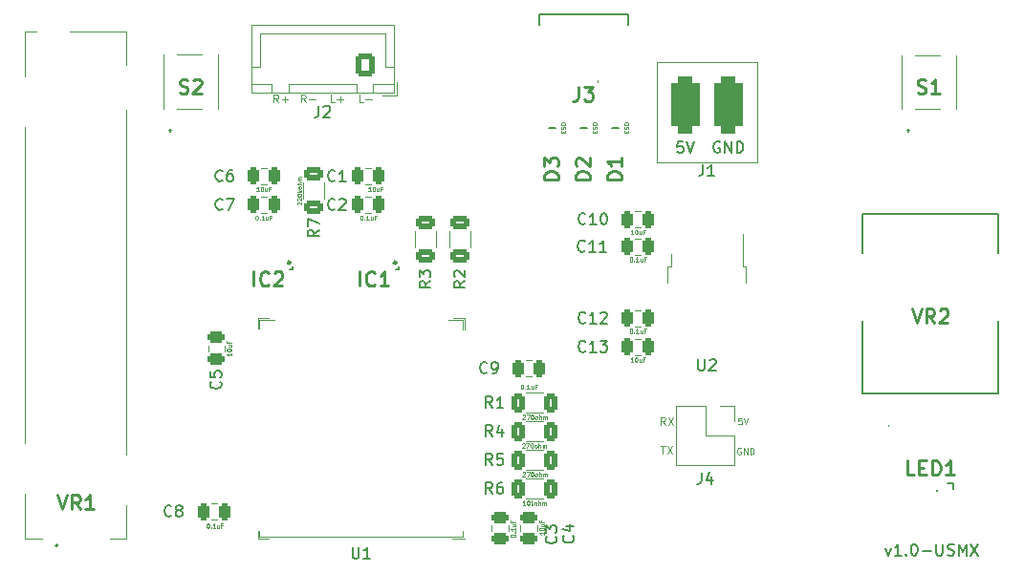
<source format=gto>
G04 #@! TF.GenerationSoftware,KiCad,Pcbnew,(6.0.9)*
G04 #@! TF.CreationDate,2024-01-21T16:38:53-05:00*
G04 #@! TF.ProjectId,v1-USMX,76312d55-534d-4582-9e6b-696361645f70,rev?*
G04 #@! TF.SameCoordinates,Original*
G04 #@! TF.FileFunction,Legend,Top*
G04 #@! TF.FilePolarity,Positive*
%FSLAX46Y46*%
G04 Gerber Fmt 4.6, Leading zero omitted, Abs format (unit mm)*
G04 Created by KiCad (PCBNEW (6.0.9)) date 2024-01-21 16:38:53*
%MOMM*%
%LPD*%
G01*
G04 APERTURE LIST*
G04 Aperture macros list*
%AMRoundRect*
0 Rectangle with rounded corners*
0 $1 Rounding radius*
0 $2 $3 $4 $5 $6 $7 $8 $9 X,Y pos of 4 corners*
0 Add a 4 corners polygon primitive as box body*
4,1,4,$2,$3,$4,$5,$6,$7,$8,$9,$2,$3,0*
0 Add four circle primitives for the rounded corners*
1,1,$1+$1,$2,$3*
1,1,$1+$1,$4,$5*
1,1,$1+$1,$6,$7*
1,1,$1+$1,$8,$9*
0 Add four rect primitives between the rounded corners*
20,1,$1+$1,$2,$3,$4,$5,0*
20,1,$1+$1,$4,$5,$6,$7,0*
20,1,$1+$1,$6,$7,$8,$9,0*
20,1,$1+$1,$8,$9,$2,$3,0*%
G04 Aperture macros list end*
%ADD10C,0.150000*%
%ADD11C,0.095250*%
%ADD12C,0.254000*%
%ADD13C,0.120000*%
%ADD14C,0.200000*%
%ADD15C,0.100000*%
%ADD16C,0.250000*%
%ADD17RoundRect,0.250000X0.250000X0.475000X-0.250000X0.475000X-0.250000X-0.475000X0.250000X-0.475000X0*%
%ADD18RoundRect,0.250000X-0.625000X0.312500X-0.625000X-0.312500X0.625000X-0.312500X0.625000X0.312500X0*%
%ADD19R,0.400000X1.350000*%
%ADD20R,2.100000X1.600000*%
%ADD21R,1.800000X1.900000*%
%ADD22R,1.900000X1.900000*%
%ADD23R,0.850000X0.300000*%
%ADD24R,0.300000X0.850000*%
%ADD25R,1.250000X1.250000*%
%ADD26R,1.500000X0.900000*%
%ADD27R,0.900000X1.500000*%
%ADD28R,0.900000X0.900000*%
%ADD29RoundRect,0.250000X0.475000X-0.250000X0.475000X0.250000X-0.475000X0.250000X-0.475000X-0.250000X0*%
%ADD30C,1.800000*%
%ADD31C,2.550000*%
%ADD32RoundRect,0.635000X0.635000X-1.905000X0.635000X1.905000X-0.635000X1.905000X-0.635000X-1.905000X0*%
%ADD33RoundRect,0.250000X-0.250000X-0.475000X0.250000X-0.475000X0.250000X0.475000X-0.250000X0.475000X0*%
%ADD34R,0.700000X1.000000*%
%ADD35RoundRect,0.250000X0.312500X0.625000X-0.312500X0.625000X-0.312500X-0.625000X0.312500X-0.625000X0*%
%ADD36R,0.950000X0.800000*%
%ADD37R,1.500000X1.500000*%
%ADD38C,1.500000*%
%ADD39C,4.455000*%
%ADD40RoundRect,0.250000X-0.312500X-0.625000X0.312500X-0.625000X0.312500X0.625000X-0.312500X0.625000X0*%
%ADD41RoundRect,0.250000X-0.475000X0.250000X-0.475000X-0.250000X0.475000X-0.250000X0.475000X0.250000X0*%
%ADD42R,1.200000X2.200000*%
%ADD43R,5.800000X6.400000*%
%ADD44O,1.700000X1.700000*%
%ADD45R,1.700000X1.700000*%
%ADD46O,1.700000X1.950000*%
%ADD47R,1.700000X1.950000*%
%ADD48RoundRect,0.250000X0.600000X0.725000X-0.600000X0.725000X-0.600000X-0.725000X0.600000X-0.725000X0*%
%ADD49R,0.800000X1.000000*%
G04 APERTURE END LIST*
D10*
X182880000Y-121920000D02*
X182880000Y-122428000D01*
X182372000Y-121920000D02*
X182880000Y-121920000D01*
X133731000Y-102743000D02*
X133731000Y-102997000D01*
X124333000Y-102997000D02*
X124079000Y-102997000D01*
X133731000Y-102997000D02*
X133477000Y-102997000D01*
X124333000Y-102743000D02*
X124333000Y-102997000D01*
D11*
X164106238Y-116157809D02*
X163844333Y-116157809D01*
X163818142Y-116419714D01*
X163844333Y-116393523D01*
X163896714Y-116367333D01*
X164027666Y-116367333D01*
X164080047Y-116393523D01*
X164106238Y-116419714D01*
X164132428Y-116472095D01*
X164132428Y-116603047D01*
X164106238Y-116655428D01*
X164080047Y-116681619D01*
X164027666Y-116707809D01*
X163896714Y-116707809D01*
X163844333Y-116681619D01*
X163818142Y-116655428D01*
X164289571Y-116157809D02*
X164472904Y-116707809D01*
X164656238Y-116157809D01*
X151102785Y-90877571D02*
X151102785Y-90750571D01*
X151302357Y-90696142D02*
X151302357Y-90877571D01*
X150921357Y-90877571D01*
X150921357Y-90696142D01*
X151284214Y-90551000D02*
X151302357Y-90496571D01*
X151302357Y-90405857D01*
X151284214Y-90369571D01*
X151266071Y-90351428D01*
X151229785Y-90333285D01*
X151193500Y-90333285D01*
X151157214Y-90351428D01*
X151139071Y-90369571D01*
X151120928Y-90405857D01*
X151102785Y-90478428D01*
X151084642Y-90514714D01*
X151066500Y-90532857D01*
X151030214Y-90551000D01*
X150993928Y-90551000D01*
X150957642Y-90532857D01*
X150939500Y-90514714D01*
X150921357Y-90478428D01*
X150921357Y-90387714D01*
X150939500Y-90333285D01*
X151302357Y-90170000D02*
X150921357Y-90170000D01*
X150921357Y-90079285D01*
X150939500Y-90024857D01*
X150975785Y-89988571D01*
X151012071Y-89970428D01*
X151084642Y-89952285D01*
X151139071Y-89952285D01*
X151211642Y-89970428D01*
X151247928Y-89988571D01*
X151284214Y-90024857D01*
X151302357Y-90079285D01*
X151302357Y-90170000D01*
X118917357Y-110390214D02*
X118917357Y-110607928D01*
X118917357Y-110499071D02*
X118536357Y-110499071D01*
X118590785Y-110535357D01*
X118627071Y-110571642D01*
X118645214Y-110607928D01*
X118536357Y-110154357D02*
X118536357Y-110118071D01*
X118554500Y-110081785D01*
X118572642Y-110063642D01*
X118608928Y-110045500D01*
X118681500Y-110027357D01*
X118772214Y-110027357D01*
X118844785Y-110045500D01*
X118881071Y-110063642D01*
X118899214Y-110081785D01*
X118917357Y-110118071D01*
X118917357Y-110154357D01*
X118899214Y-110190642D01*
X118881071Y-110208785D01*
X118844785Y-110226928D01*
X118772214Y-110245071D01*
X118681500Y-110245071D01*
X118608928Y-110226928D01*
X118572642Y-110208785D01*
X118554500Y-110190642D01*
X118536357Y-110154357D01*
X118663357Y-109700785D02*
X118917357Y-109700785D01*
X118663357Y-109864071D02*
X118862928Y-109864071D01*
X118899214Y-109845928D01*
X118917357Y-109809642D01*
X118917357Y-109755214D01*
X118899214Y-109718928D01*
X118881071Y-109700785D01*
X118717785Y-109392357D02*
X118717785Y-109519357D01*
X118917357Y-109519357D02*
X118536357Y-109519357D01*
X118536357Y-109337928D01*
X144725571Y-120985642D02*
X144743714Y-120967500D01*
X144780000Y-120949357D01*
X144870714Y-120949357D01*
X144907000Y-120967500D01*
X144925142Y-120985642D01*
X144943285Y-121021928D01*
X144943285Y-121058214D01*
X144925142Y-121112642D01*
X144707428Y-121330357D01*
X144943285Y-121330357D01*
X145070285Y-120949357D02*
X145324285Y-120949357D01*
X145161000Y-121330357D01*
X145542000Y-120949357D02*
X145578285Y-120949357D01*
X145614571Y-120967500D01*
X145632714Y-120985642D01*
X145650857Y-121021928D01*
X145669000Y-121094500D01*
X145669000Y-121185214D01*
X145650857Y-121257785D01*
X145632714Y-121294071D01*
X145614571Y-121312214D01*
X145578285Y-121330357D01*
X145542000Y-121330357D01*
X145505714Y-121312214D01*
X145487571Y-121294071D01*
X145469428Y-121257785D01*
X145451285Y-121185214D01*
X145451285Y-121094500D01*
X145469428Y-121021928D01*
X145487571Y-120985642D01*
X145505714Y-120967500D01*
X145542000Y-120949357D01*
X145886714Y-121330357D02*
X145850428Y-121312214D01*
X145832285Y-121294071D01*
X145814142Y-121257785D01*
X145814142Y-121148928D01*
X145832285Y-121112642D01*
X145850428Y-121094500D01*
X145886714Y-121076357D01*
X145941142Y-121076357D01*
X145977428Y-121094500D01*
X145995571Y-121112642D01*
X146013714Y-121148928D01*
X146013714Y-121257785D01*
X145995571Y-121294071D01*
X145977428Y-121312214D01*
X145941142Y-121330357D01*
X145886714Y-121330357D01*
X146177000Y-121330357D02*
X146177000Y-120949357D01*
X146340285Y-121330357D02*
X146340285Y-121130785D01*
X146322142Y-121094500D01*
X146285857Y-121076357D01*
X146231428Y-121076357D01*
X146195142Y-121094500D01*
X146177000Y-121112642D01*
X146521714Y-121330357D02*
X146521714Y-121076357D01*
X146521714Y-121112642D02*
X146539857Y-121094500D01*
X146576142Y-121076357D01*
X146630571Y-121076357D01*
X146666857Y-121094500D01*
X146685000Y-121130785D01*
X146685000Y-121330357D01*
X146685000Y-121130785D02*
X146703142Y-121094500D01*
X146739428Y-121076357D01*
X146793857Y-121076357D01*
X146830142Y-121094500D01*
X146848285Y-121130785D01*
X146848285Y-121330357D01*
X130593333Y-88200666D02*
X130260000Y-88200666D01*
X130260000Y-87500666D01*
X130826666Y-87934000D02*
X131360000Y-87934000D01*
X124795642Y-97236642D02*
X124777500Y-97218500D01*
X124759357Y-97182214D01*
X124759357Y-97091500D01*
X124777500Y-97055214D01*
X124795642Y-97037071D01*
X124831928Y-97018928D01*
X124868214Y-97018928D01*
X124922642Y-97037071D01*
X125140357Y-97254785D01*
X125140357Y-97018928D01*
X124795642Y-96873785D02*
X124777500Y-96855642D01*
X124759357Y-96819357D01*
X124759357Y-96728642D01*
X124777500Y-96692357D01*
X124795642Y-96674214D01*
X124831928Y-96656071D01*
X124868214Y-96656071D01*
X124922642Y-96674214D01*
X125140357Y-96891928D01*
X125140357Y-96656071D01*
X124759357Y-96420214D02*
X124759357Y-96383928D01*
X124777500Y-96347642D01*
X124795642Y-96329500D01*
X124831928Y-96311357D01*
X124904500Y-96293214D01*
X124995214Y-96293214D01*
X125067785Y-96311357D01*
X125104071Y-96329500D01*
X125122214Y-96347642D01*
X125140357Y-96383928D01*
X125140357Y-96420214D01*
X125122214Y-96456500D01*
X125104071Y-96474642D01*
X125067785Y-96492785D01*
X124995214Y-96510928D01*
X124904500Y-96510928D01*
X124831928Y-96492785D01*
X124795642Y-96474642D01*
X124777500Y-96456500D01*
X124759357Y-96420214D01*
X125140357Y-96129928D02*
X124759357Y-96129928D01*
X124995214Y-96093642D02*
X125140357Y-95984785D01*
X124886357Y-95984785D02*
X125031500Y-96129928D01*
X125140357Y-95767071D02*
X125122214Y-95803357D01*
X125104071Y-95821500D01*
X125067785Y-95839642D01*
X124958928Y-95839642D01*
X124922642Y-95821500D01*
X124904500Y-95803357D01*
X124886357Y-95767071D01*
X124886357Y-95712642D01*
X124904500Y-95676357D01*
X124922642Y-95658214D01*
X124958928Y-95640071D01*
X125067785Y-95640071D01*
X125104071Y-95658214D01*
X125122214Y-95676357D01*
X125140357Y-95712642D01*
X125140357Y-95767071D01*
X125140357Y-95476785D02*
X124759357Y-95476785D01*
X125140357Y-95313500D02*
X124940785Y-95313500D01*
X124904500Y-95331642D01*
X124886357Y-95367928D01*
X124886357Y-95422357D01*
X124904500Y-95458642D01*
X124922642Y-95476785D01*
X125140357Y-95132071D02*
X124886357Y-95132071D01*
X124922642Y-95132071D02*
X124904500Y-95113928D01*
X124886357Y-95077642D01*
X124886357Y-95023214D01*
X124904500Y-94986928D01*
X124940785Y-94968785D01*
X125140357Y-94968785D01*
X124940785Y-94968785D02*
X124904500Y-94950642D01*
X124886357Y-94914357D01*
X124886357Y-94859928D01*
X124904500Y-94823642D01*
X124940785Y-94805500D01*
X125140357Y-94805500D01*
X128053333Y-88200666D02*
X127720000Y-88200666D01*
X127720000Y-87500666D01*
X128286666Y-87934000D02*
X128820000Y-87934000D01*
X128553333Y-88200666D02*
X128553333Y-87667333D01*
X121384785Y-96057357D02*
X121167071Y-96057357D01*
X121275928Y-96057357D02*
X121275928Y-95676357D01*
X121239642Y-95730785D01*
X121203357Y-95767071D01*
X121167071Y-95785214D01*
X121620642Y-95676357D02*
X121656928Y-95676357D01*
X121693214Y-95694500D01*
X121711357Y-95712642D01*
X121729500Y-95748928D01*
X121747642Y-95821500D01*
X121747642Y-95912214D01*
X121729500Y-95984785D01*
X121711357Y-96021071D01*
X121693214Y-96039214D01*
X121656928Y-96057357D01*
X121620642Y-96057357D01*
X121584357Y-96039214D01*
X121566214Y-96021071D01*
X121548071Y-95984785D01*
X121529928Y-95912214D01*
X121529928Y-95821500D01*
X121548071Y-95748928D01*
X121566214Y-95712642D01*
X121584357Y-95694500D01*
X121620642Y-95676357D01*
X122074214Y-95803357D02*
X122074214Y-96057357D01*
X121910928Y-95803357D02*
X121910928Y-96002928D01*
X121929071Y-96039214D01*
X121965357Y-96057357D01*
X122019785Y-96057357D01*
X122056071Y-96039214D01*
X122074214Y-96021071D01*
X122382642Y-95857785D02*
X122255642Y-95857785D01*
X122255642Y-96057357D02*
X122255642Y-95676357D01*
X122437071Y-95676357D01*
X146603357Y-126265214D02*
X146603357Y-126482928D01*
X146603357Y-126374071D02*
X146222357Y-126374071D01*
X146276785Y-126410357D01*
X146313071Y-126446642D01*
X146331214Y-126482928D01*
X146222357Y-126029357D02*
X146222357Y-125993071D01*
X146240500Y-125956785D01*
X146258642Y-125938642D01*
X146294928Y-125920500D01*
X146367500Y-125902357D01*
X146458214Y-125902357D01*
X146530785Y-125920500D01*
X146567071Y-125938642D01*
X146585214Y-125956785D01*
X146603357Y-125993071D01*
X146603357Y-126029357D01*
X146585214Y-126065642D01*
X146567071Y-126083785D01*
X146530785Y-126101928D01*
X146458214Y-126120071D01*
X146367500Y-126120071D01*
X146294928Y-126101928D01*
X146258642Y-126083785D01*
X146240500Y-126065642D01*
X146222357Y-126029357D01*
X146349357Y-125575785D02*
X146603357Y-125575785D01*
X146349357Y-125739071D02*
X146548928Y-125739071D01*
X146585214Y-125720928D01*
X146603357Y-125684642D01*
X146603357Y-125630214D01*
X146585214Y-125593928D01*
X146567071Y-125575785D01*
X146403785Y-125267357D02*
X146403785Y-125394357D01*
X146603357Y-125394357D02*
X146222357Y-125394357D01*
X146222357Y-125212928D01*
X154531785Y-111170357D02*
X154314071Y-111170357D01*
X154422928Y-111170357D02*
X154422928Y-110789357D01*
X154386642Y-110843785D01*
X154350357Y-110880071D01*
X154314071Y-110898214D01*
X154767642Y-110789357D02*
X154803928Y-110789357D01*
X154840214Y-110807500D01*
X154858357Y-110825642D01*
X154876500Y-110861928D01*
X154894642Y-110934500D01*
X154894642Y-111025214D01*
X154876500Y-111097785D01*
X154858357Y-111134071D01*
X154840214Y-111152214D01*
X154803928Y-111170357D01*
X154767642Y-111170357D01*
X154731357Y-111152214D01*
X154713214Y-111134071D01*
X154695071Y-111097785D01*
X154676928Y-111025214D01*
X154676928Y-110934500D01*
X154695071Y-110861928D01*
X154713214Y-110825642D01*
X154731357Y-110807500D01*
X154767642Y-110789357D01*
X155221214Y-110916357D02*
X155221214Y-111170357D01*
X155057928Y-110916357D02*
X155057928Y-111115928D01*
X155076071Y-111152214D01*
X155112357Y-111170357D01*
X155166785Y-111170357D01*
X155203071Y-111152214D01*
X155221214Y-111134071D01*
X155529642Y-110970785D02*
X155402642Y-110970785D01*
X155402642Y-111170357D02*
X155402642Y-110789357D01*
X155584071Y-110789357D01*
X148308785Y-90877571D02*
X148308785Y-90750571D01*
X148508357Y-90696142D02*
X148508357Y-90877571D01*
X148127357Y-90877571D01*
X148127357Y-90696142D01*
X148490214Y-90551000D02*
X148508357Y-90496571D01*
X148508357Y-90405857D01*
X148490214Y-90369571D01*
X148472071Y-90351428D01*
X148435785Y-90333285D01*
X148399500Y-90333285D01*
X148363214Y-90351428D01*
X148345071Y-90369571D01*
X148326928Y-90405857D01*
X148308785Y-90478428D01*
X148290642Y-90514714D01*
X148272500Y-90532857D01*
X148236214Y-90551000D01*
X148199928Y-90551000D01*
X148163642Y-90532857D01*
X148145500Y-90514714D01*
X148127357Y-90478428D01*
X148127357Y-90387714D01*
X148145500Y-90333285D01*
X148508357Y-90170000D02*
X148127357Y-90170000D01*
X148127357Y-90079285D01*
X148145500Y-90024857D01*
X148181785Y-89988571D01*
X148218071Y-89970428D01*
X148290642Y-89952285D01*
X148345071Y-89952285D01*
X148417642Y-89970428D01*
X148453928Y-89988571D01*
X148490214Y-90024857D01*
X148508357Y-90079285D01*
X148508357Y-90170000D01*
X157363333Y-116775666D02*
X157130000Y-116442333D01*
X156963333Y-116775666D02*
X156963333Y-116075666D01*
X157230000Y-116075666D01*
X157296666Y-116109000D01*
X157330000Y-116142333D01*
X157363333Y-116209000D01*
X157363333Y-116309000D01*
X157330000Y-116375666D01*
X157296666Y-116409000D01*
X157230000Y-116442333D01*
X156963333Y-116442333D01*
X157596666Y-116075666D02*
X158063333Y-116775666D01*
X158063333Y-116075666D02*
X157596666Y-116775666D01*
X131290785Y-96057357D02*
X131073071Y-96057357D01*
X131181928Y-96057357D02*
X131181928Y-95676357D01*
X131145642Y-95730785D01*
X131109357Y-95767071D01*
X131073071Y-95785214D01*
X131526642Y-95676357D02*
X131562928Y-95676357D01*
X131599214Y-95694500D01*
X131617357Y-95712642D01*
X131635500Y-95748928D01*
X131653642Y-95821500D01*
X131653642Y-95912214D01*
X131635500Y-95984785D01*
X131617357Y-96021071D01*
X131599214Y-96039214D01*
X131562928Y-96057357D01*
X131526642Y-96057357D01*
X131490357Y-96039214D01*
X131472214Y-96021071D01*
X131454071Y-95984785D01*
X131435928Y-95912214D01*
X131435928Y-95821500D01*
X131454071Y-95748928D01*
X131472214Y-95712642D01*
X131490357Y-95694500D01*
X131526642Y-95676357D01*
X131980214Y-95803357D02*
X131980214Y-96057357D01*
X131816928Y-95803357D02*
X131816928Y-96002928D01*
X131835071Y-96039214D01*
X131871357Y-96057357D01*
X131925785Y-96057357D01*
X131962071Y-96039214D01*
X131980214Y-96021071D01*
X132288642Y-95857785D02*
X132161642Y-95857785D01*
X132161642Y-96057357D02*
X132161642Y-95676357D01*
X132343071Y-95676357D01*
X123100333Y-88200666D02*
X122867000Y-87867333D01*
X122700333Y-88200666D02*
X122700333Y-87500666D01*
X122967000Y-87500666D01*
X123033666Y-87534000D01*
X123067000Y-87567333D01*
X123100333Y-87634000D01*
X123100333Y-87734000D01*
X123067000Y-87800666D01*
X123033666Y-87834000D01*
X122967000Y-87867333D01*
X122700333Y-87867333D01*
X123400333Y-87934000D02*
X123933666Y-87934000D01*
X123667000Y-88200666D02*
X123667000Y-87667333D01*
X130438071Y-98216357D02*
X130474357Y-98216357D01*
X130510642Y-98234500D01*
X130528785Y-98252642D01*
X130546928Y-98288928D01*
X130565071Y-98361500D01*
X130565071Y-98452214D01*
X130546928Y-98524785D01*
X130528785Y-98561071D01*
X130510642Y-98579214D01*
X130474357Y-98597357D01*
X130438071Y-98597357D01*
X130401785Y-98579214D01*
X130383642Y-98561071D01*
X130365500Y-98524785D01*
X130347357Y-98452214D01*
X130347357Y-98361500D01*
X130365500Y-98288928D01*
X130383642Y-98252642D01*
X130401785Y-98234500D01*
X130438071Y-98216357D01*
X130728357Y-98561071D02*
X130746500Y-98579214D01*
X130728357Y-98597357D01*
X130710214Y-98579214D01*
X130728357Y-98561071D01*
X130728357Y-98597357D01*
X131109357Y-98597357D02*
X130891642Y-98597357D01*
X131000500Y-98597357D02*
X131000500Y-98216357D01*
X130964214Y-98270785D01*
X130927928Y-98307071D01*
X130891642Y-98325214D01*
X131435928Y-98343357D02*
X131435928Y-98597357D01*
X131272642Y-98343357D02*
X131272642Y-98542928D01*
X131290785Y-98579214D01*
X131327071Y-98597357D01*
X131381500Y-98597357D01*
X131417785Y-98579214D01*
X131435928Y-98561071D01*
X131744357Y-98397785D02*
X131617357Y-98397785D01*
X131617357Y-98597357D02*
X131617357Y-98216357D01*
X131798785Y-98216357D01*
X144725571Y-115905642D02*
X144743714Y-115887500D01*
X144780000Y-115869357D01*
X144870714Y-115869357D01*
X144907000Y-115887500D01*
X144925142Y-115905642D01*
X144943285Y-115941928D01*
X144943285Y-115978214D01*
X144925142Y-116032642D01*
X144707428Y-116250357D01*
X144943285Y-116250357D01*
X145070285Y-115869357D02*
X145324285Y-115869357D01*
X145161000Y-116250357D01*
X145542000Y-115869357D02*
X145578285Y-115869357D01*
X145614571Y-115887500D01*
X145632714Y-115905642D01*
X145650857Y-115941928D01*
X145669000Y-116014500D01*
X145669000Y-116105214D01*
X145650857Y-116177785D01*
X145632714Y-116214071D01*
X145614571Y-116232214D01*
X145578285Y-116250357D01*
X145542000Y-116250357D01*
X145505714Y-116232214D01*
X145487571Y-116214071D01*
X145469428Y-116177785D01*
X145451285Y-116105214D01*
X145451285Y-116014500D01*
X145469428Y-115941928D01*
X145487571Y-115905642D01*
X145505714Y-115887500D01*
X145542000Y-115869357D01*
X145886714Y-116250357D02*
X145850428Y-116232214D01*
X145832285Y-116214071D01*
X145814142Y-116177785D01*
X145814142Y-116068928D01*
X145832285Y-116032642D01*
X145850428Y-116014500D01*
X145886714Y-115996357D01*
X145941142Y-115996357D01*
X145977428Y-116014500D01*
X145995571Y-116032642D01*
X146013714Y-116068928D01*
X146013714Y-116177785D01*
X145995571Y-116214071D01*
X145977428Y-116232214D01*
X145941142Y-116250357D01*
X145886714Y-116250357D01*
X146177000Y-116250357D02*
X146177000Y-115869357D01*
X146340285Y-116250357D02*
X146340285Y-116050785D01*
X146322142Y-116014500D01*
X146285857Y-115996357D01*
X146231428Y-115996357D01*
X146195142Y-116014500D01*
X146177000Y-116032642D01*
X146521714Y-116250357D02*
X146521714Y-115996357D01*
X146521714Y-116032642D02*
X146539857Y-116014500D01*
X146576142Y-115996357D01*
X146630571Y-115996357D01*
X146666857Y-116014500D01*
X146685000Y-116050785D01*
X146685000Y-116250357D01*
X146685000Y-116050785D02*
X146703142Y-116014500D01*
X146739428Y-115996357D01*
X146793857Y-115996357D01*
X146830142Y-116014500D01*
X146848285Y-116050785D01*
X146848285Y-116250357D01*
X153896785Y-90877571D02*
X153896785Y-90750571D01*
X154096357Y-90696142D02*
X154096357Y-90877571D01*
X153715357Y-90877571D01*
X153715357Y-90696142D01*
X154078214Y-90551000D02*
X154096357Y-90496571D01*
X154096357Y-90405857D01*
X154078214Y-90369571D01*
X154060071Y-90351428D01*
X154023785Y-90333285D01*
X153987500Y-90333285D01*
X153951214Y-90351428D01*
X153933071Y-90369571D01*
X153914928Y-90405857D01*
X153896785Y-90478428D01*
X153878642Y-90514714D01*
X153860500Y-90532857D01*
X153824214Y-90551000D01*
X153787928Y-90551000D01*
X153751642Y-90532857D01*
X153733500Y-90514714D01*
X153715357Y-90478428D01*
X153715357Y-90387714D01*
X153733500Y-90333285D01*
X154096357Y-90170000D02*
X153715357Y-90170000D01*
X153715357Y-90079285D01*
X153733500Y-90024857D01*
X153769785Y-89988571D01*
X153806071Y-89970428D01*
X153878642Y-89952285D01*
X153933071Y-89952285D01*
X154005642Y-89970428D01*
X154041928Y-89988571D01*
X154078214Y-90024857D01*
X154096357Y-90079285D01*
X154096357Y-90170000D01*
X144662071Y-113202357D02*
X144698357Y-113202357D01*
X144734642Y-113220500D01*
X144752785Y-113238642D01*
X144770928Y-113274928D01*
X144789071Y-113347500D01*
X144789071Y-113438214D01*
X144770928Y-113510785D01*
X144752785Y-113547071D01*
X144734642Y-113565214D01*
X144698357Y-113583357D01*
X144662071Y-113583357D01*
X144625785Y-113565214D01*
X144607642Y-113547071D01*
X144589500Y-113510785D01*
X144571357Y-113438214D01*
X144571357Y-113347500D01*
X144589500Y-113274928D01*
X144607642Y-113238642D01*
X144625785Y-113220500D01*
X144662071Y-113202357D01*
X144952357Y-113547071D02*
X144970500Y-113565214D01*
X144952357Y-113583357D01*
X144934214Y-113565214D01*
X144952357Y-113547071D01*
X144952357Y-113583357D01*
X145333357Y-113583357D02*
X145115642Y-113583357D01*
X145224500Y-113583357D02*
X145224500Y-113202357D01*
X145188214Y-113256785D01*
X145151928Y-113293071D01*
X145115642Y-113311214D01*
X145659928Y-113329357D02*
X145659928Y-113583357D01*
X145496642Y-113329357D02*
X145496642Y-113528928D01*
X145514785Y-113565214D01*
X145551071Y-113583357D01*
X145605500Y-113583357D01*
X145641785Y-113565214D01*
X145659928Y-113547071D01*
X145968357Y-113383785D02*
X145841357Y-113383785D01*
X145841357Y-113583357D02*
X145841357Y-113202357D01*
X146022785Y-113202357D01*
X116849071Y-125521357D02*
X116885357Y-125521357D01*
X116921642Y-125539500D01*
X116939785Y-125557642D01*
X116957928Y-125593928D01*
X116976071Y-125666500D01*
X116976071Y-125757214D01*
X116957928Y-125829785D01*
X116939785Y-125866071D01*
X116921642Y-125884214D01*
X116885357Y-125902357D01*
X116849071Y-125902357D01*
X116812785Y-125884214D01*
X116794642Y-125866071D01*
X116776500Y-125829785D01*
X116758357Y-125757214D01*
X116758357Y-125666500D01*
X116776500Y-125593928D01*
X116794642Y-125557642D01*
X116812785Y-125539500D01*
X116849071Y-125521357D01*
X117139357Y-125866071D02*
X117157500Y-125884214D01*
X117139357Y-125902357D01*
X117121214Y-125884214D01*
X117139357Y-125866071D01*
X117139357Y-125902357D01*
X117520357Y-125902357D02*
X117302642Y-125902357D01*
X117411500Y-125902357D02*
X117411500Y-125521357D01*
X117375214Y-125575785D01*
X117338928Y-125612071D01*
X117302642Y-125630214D01*
X117846928Y-125648357D02*
X117846928Y-125902357D01*
X117683642Y-125648357D02*
X117683642Y-125847928D01*
X117701785Y-125884214D01*
X117738071Y-125902357D01*
X117792500Y-125902357D01*
X117828785Y-125884214D01*
X117846928Y-125866071D01*
X118155357Y-125702785D02*
X118028357Y-125702785D01*
X118028357Y-125902357D02*
X118028357Y-125521357D01*
X118209785Y-125521357D01*
X144970500Y-123870357D02*
X144752785Y-123870357D01*
X144861642Y-123870357D02*
X144861642Y-123489357D01*
X144825357Y-123543785D01*
X144789071Y-123580071D01*
X144752785Y-123598214D01*
X145206357Y-123489357D02*
X145242642Y-123489357D01*
X145278928Y-123507500D01*
X145297071Y-123525642D01*
X145315214Y-123561928D01*
X145333357Y-123634500D01*
X145333357Y-123725214D01*
X145315214Y-123797785D01*
X145297071Y-123834071D01*
X145278928Y-123852214D01*
X145242642Y-123870357D01*
X145206357Y-123870357D01*
X145170071Y-123852214D01*
X145151928Y-123834071D01*
X145133785Y-123797785D01*
X145115642Y-123725214D01*
X145115642Y-123634500D01*
X145133785Y-123561928D01*
X145151928Y-123525642D01*
X145170071Y-123507500D01*
X145206357Y-123489357D01*
X145496642Y-123870357D02*
X145496642Y-123489357D01*
X145532928Y-123725214D02*
X145641785Y-123870357D01*
X145641785Y-123616357D02*
X145496642Y-123761500D01*
X145859500Y-123870357D02*
X145823214Y-123852214D01*
X145805071Y-123834071D01*
X145786928Y-123797785D01*
X145786928Y-123688928D01*
X145805071Y-123652642D01*
X145823214Y-123634500D01*
X145859500Y-123616357D01*
X145913928Y-123616357D01*
X145950214Y-123634500D01*
X145968357Y-123652642D01*
X145986500Y-123688928D01*
X145986500Y-123797785D01*
X145968357Y-123834071D01*
X145950214Y-123852214D01*
X145913928Y-123870357D01*
X145859500Y-123870357D01*
X146149785Y-123870357D02*
X146149785Y-123489357D01*
X146313071Y-123870357D02*
X146313071Y-123670785D01*
X146294928Y-123634500D01*
X146258642Y-123616357D01*
X146204214Y-123616357D01*
X146167928Y-123634500D01*
X146149785Y-123652642D01*
X146494500Y-123870357D02*
X146494500Y-123616357D01*
X146494500Y-123652642D02*
X146512642Y-123634500D01*
X146548928Y-123616357D01*
X146603357Y-123616357D01*
X146639642Y-123634500D01*
X146657785Y-123670785D01*
X146657785Y-123870357D01*
X146657785Y-123670785D02*
X146675928Y-123634500D01*
X146712214Y-123616357D01*
X146766642Y-123616357D01*
X146802928Y-123634500D01*
X146821071Y-123670785D01*
X146821071Y-123870357D01*
X121167071Y-98216357D02*
X121203357Y-98216357D01*
X121239642Y-98234500D01*
X121257785Y-98252642D01*
X121275928Y-98288928D01*
X121294071Y-98361500D01*
X121294071Y-98452214D01*
X121275928Y-98524785D01*
X121257785Y-98561071D01*
X121239642Y-98579214D01*
X121203357Y-98597357D01*
X121167071Y-98597357D01*
X121130785Y-98579214D01*
X121112642Y-98561071D01*
X121094500Y-98524785D01*
X121076357Y-98452214D01*
X121076357Y-98361500D01*
X121094500Y-98288928D01*
X121112642Y-98252642D01*
X121130785Y-98234500D01*
X121167071Y-98216357D01*
X121457357Y-98561071D02*
X121475500Y-98579214D01*
X121457357Y-98597357D01*
X121439214Y-98579214D01*
X121457357Y-98561071D01*
X121457357Y-98597357D01*
X121838357Y-98597357D02*
X121620642Y-98597357D01*
X121729500Y-98597357D02*
X121729500Y-98216357D01*
X121693214Y-98270785D01*
X121656928Y-98307071D01*
X121620642Y-98325214D01*
X122164928Y-98343357D02*
X122164928Y-98597357D01*
X122001642Y-98343357D02*
X122001642Y-98542928D01*
X122019785Y-98579214D01*
X122056071Y-98597357D01*
X122110500Y-98597357D01*
X122146785Y-98579214D01*
X122164928Y-98561071D01*
X122473357Y-98397785D02*
X122346357Y-98397785D01*
X122346357Y-98597357D02*
X122346357Y-98216357D01*
X122527785Y-98216357D01*
X154314071Y-101899357D02*
X154350357Y-101899357D01*
X154386642Y-101917500D01*
X154404785Y-101935642D01*
X154422928Y-101971928D01*
X154441071Y-102044500D01*
X154441071Y-102135214D01*
X154422928Y-102207785D01*
X154404785Y-102244071D01*
X154386642Y-102262214D01*
X154350357Y-102280357D01*
X154314071Y-102280357D01*
X154277785Y-102262214D01*
X154259642Y-102244071D01*
X154241500Y-102207785D01*
X154223357Y-102135214D01*
X154223357Y-102044500D01*
X154241500Y-101971928D01*
X154259642Y-101935642D01*
X154277785Y-101917500D01*
X154314071Y-101899357D01*
X154604357Y-102244071D02*
X154622500Y-102262214D01*
X154604357Y-102280357D01*
X154586214Y-102262214D01*
X154604357Y-102244071D01*
X154604357Y-102280357D01*
X154985357Y-102280357D02*
X154767642Y-102280357D01*
X154876500Y-102280357D02*
X154876500Y-101899357D01*
X154840214Y-101953785D01*
X154803928Y-101990071D01*
X154767642Y-102008214D01*
X155311928Y-102026357D02*
X155311928Y-102280357D01*
X155148642Y-102026357D02*
X155148642Y-102225928D01*
X155166785Y-102262214D01*
X155203071Y-102280357D01*
X155257500Y-102280357D01*
X155293785Y-102262214D01*
X155311928Y-102244071D01*
X155620357Y-102080785D02*
X155493357Y-102080785D01*
X155493357Y-102280357D02*
X155493357Y-101899357D01*
X155674785Y-101899357D01*
X143682357Y-126609928D02*
X143682357Y-126573642D01*
X143700500Y-126537357D01*
X143718642Y-126519214D01*
X143754928Y-126501071D01*
X143827500Y-126482928D01*
X143918214Y-126482928D01*
X143990785Y-126501071D01*
X144027071Y-126519214D01*
X144045214Y-126537357D01*
X144063357Y-126573642D01*
X144063357Y-126609928D01*
X144045214Y-126646214D01*
X144027071Y-126664357D01*
X143990785Y-126682500D01*
X143918214Y-126700642D01*
X143827500Y-126700642D01*
X143754928Y-126682500D01*
X143718642Y-126664357D01*
X143700500Y-126646214D01*
X143682357Y-126609928D01*
X144027071Y-126319642D02*
X144045214Y-126301500D01*
X144063357Y-126319642D01*
X144045214Y-126337785D01*
X144027071Y-126319642D01*
X144063357Y-126319642D01*
X144063357Y-125938642D02*
X144063357Y-126156357D01*
X144063357Y-126047500D02*
X143682357Y-126047500D01*
X143736785Y-126083785D01*
X143773071Y-126120071D01*
X143791214Y-126156357D01*
X143809357Y-125612071D02*
X144063357Y-125612071D01*
X143809357Y-125775357D02*
X144008928Y-125775357D01*
X144045214Y-125757214D01*
X144063357Y-125720928D01*
X144063357Y-125666500D01*
X144045214Y-125630214D01*
X144027071Y-125612071D01*
X143863785Y-125303642D02*
X143863785Y-125430642D01*
X144063357Y-125430642D02*
X143682357Y-125430642D01*
X143682357Y-125249214D01*
X156946666Y-118615666D02*
X157346666Y-118615666D01*
X157146666Y-119315666D02*
X157146666Y-118615666D01*
X157513333Y-118615666D02*
X157980000Y-119315666D01*
X157980000Y-118615666D02*
X157513333Y-119315666D01*
X154314071Y-108249357D02*
X154350357Y-108249357D01*
X154386642Y-108267500D01*
X154404785Y-108285642D01*
X154422928Y-108321928D01*
X154441071Y-108394500D01*
X154441071Y-108485214D01*
X154422928Y-108557785D01*
X154404785Y-108594071D01*
X154386642Y-108612214D01*
X154350357Y-108630357D01*
X154314071Y-108630357D01*
X154277785Y-108612214D01*
X154259642Y-108594071D01*
X154241500Y-108557785D01*
X154223357Y-108485214D01*
X154223357Y-108394500D01*
X154241500Y-108321928D01*
X154259642Y-108285642D01*
X154277785Y-108267500D01*
X154314071Y-108249357D01*
X154604357Y-108594071D02*
X154622500Y-108612214D01*
X154604357Y-108630357D01*
X154586214Y-108612214D01*
X154604357Y-108594071D01*
X154604357Y-108630357D01*
X154985357Y-108630357D02*
X154767642Y-108630357D01*
X154876500Y-108630357D02*
X154876500Y-108249357D01*
X154840214Y-108303785D01*
X154803928Y-108340071D01*
X154767642Y-108358214D01*
X155311928Y-108376357D02*
X155311928Y-108630357D01*
X155148642Y-108376357D02*
X155148642Y-108575928D01*
X155166785Y-108612214D01*
X155203071Y-108630357D01*
X155257500Y-108630357D01*
X155293785Y-108612214D01*
X155311928Y-108594071D01*
X155620357Y-108430785D02*
X155493357Y-108430785D01*
X155493357Y-108630357D02*
X155493357Y-108249357D01*
X155674785Y-108249357D01*
D10*
X176879761Y-127674714D02*
X177117857Y-128341380D01*
X177355952Y-127674714D01*
X178260714Y-128341380D02*
X177689285Y-128341380D01*
X177975000Y-128341380D02*
X177975000Y-127341380D01*
X177879761Y-127484238D01*
X177784523Y-127579476D01*
X177689285Y-127627095D01*
X178689285Y-128246142D02*
X178736904Y-128293761D01*
X178689285Y-128341380D01*
X178641666Y-128293761D01*
X178689285Y-128246142D01*
X178689285Y-128341380D01*
X179355952Y-127341380D02*
X179451190Y-127341380D01*
X179546428Y-127389000D01*
X179594047Y-127436619D01*
X179641666Y-127531857D01*
X179689285Y-127722333D01*
X179689285Y-127960428D01*
X179641666Y-128150904D01*
X179594047Y-128246142D01*
X179546428Y-128293761D01*
X179451190Y-128341380D01*
X179355952Y-128341380D01*
X179260714Y-128293761D01*
X179213095Y-128246142D01*
X179165476Y-128150904D01*
X179117857Y-127960428D01*
X179117857Y-127722333D01*
X179165476Y-127531857D01*
X179213095Y-127436619D01*
X179260714Y-127389000D01*
X179355952Y-127341380D01*
X180117857Y-127960428D02*
X180879761Y-127960428D01*
X181355952Y-127341380D02*
X181355952Y-128150904D01*
X181403571Y-128246142D01*
X181451190Y-128293761D01*
X181546428Y-128341380D01*
X181736904Y-128341380D01*
X181832142Y-128293761D01*
X181879761Y-128246142D01*
X181927380Y-128150904D01*
X181927380Y-127341380D01*
X182355952Y-128293761D02*
X182498809Y-128341380D01*
X182736904Y-128341380D01*
X182832142Y-128293761D01*
X182879761Y-128246142D01*
X182927380Y-128150904D01*
X182927380Y-128055666D01*
X182879761Y-127960428D01*
X182832142Y-127912809D01*
X182736904Y-127865190D01*
X182546428Y-127817571D01*
X182451190Y-127769952D01*
X182403571Y-127722333D01*
X182355952Y-127627095D01*
X182355952Y-127531857D01*
X182403571Y-127436619D01*
X182451190Y-127389000D01*
X182546428Y-127341380D01*
X182784523Y-127341380D01*
X182927380Y-127389000D01*
X183355952Y-128341380D02*
X183355952Y-127341380D01*
X183689285Y-128055666D01*
X184022619Y-127341380D01*
X184022619Y-128341380D01*
X184403571Y-127341380D02*
X185070238Y-128341380D01*
X185070238Y-127341380D02*
X184403571Y-128341380D01*
D11*
X164045952Y-118851000D02*
X163993571Y-118824809D01*
X163915000Y-118824809D01*
X163836428Y-118851000D01*
X163784047Y-118903380D01*
X163757857Y-118955761D01*
X163731666Y-119060523D01*
X163731666Y-119139095D01*
X163757857Y-119243857D01*
X163784047Y-119296238D01*
X163836428Y-119348619D01*
X163915000Y-119374809D01*
X163967380Y-119374809D01*
X164045952Y-119348619D01*
X164072142Y-119322428D01*
X164072142Y-119139095D01*
X163967380Y-119139095D01*
X164307857Y-119374809D02*
X164307857Y-118824809D01*
X164622142Y-119374809D01*
X164622142Y-118824809D01*
X164884047Y-119374809D02*
X164884047Y-118824809D01*
X165015000Y-118824809D01*
X165093571Y-118851000D01*
X165145952Y-118903380D01*
X165172142Y-118955761D01*
X165198333Y-119060523D01*
X165198333Y-119139095D01*
X165172142Y-119243857D01*
X165145952Y-119296238D01*
X165093571Y-119348619D01*
X165015000Y-119374809D01*
X164884047Y-119374809D01*
X154531785Y-99867357D02*
X154314071Y-99867357D01*
X154422928Y-99867357D02*
X154422928Y-99486357D01*
X154386642Y-99540785D01*
X154350357Y-99577071D01*
X154314071Y-99595214D01*
X154767642Y-99486357D02*
X154803928Y-99486357D01*
X154840214Y-99504500D01*
X154858357Y-99522642D01*
X154876500Y-99558928D01*
X154894642Y-99631500D01*
X154894642Y-99722214D01*
X154876500Y-99794785D01*
X154858357Y-99831071D01*
X154840214Y-99849214D01*
X154803928Y-99867357D01*
X154767642Y-99867357D01*
X154731357Y-99849214D01*
X154713214Y-99831071D01*
X154695071Y-99794785D01*
X154676928Y-99722214D01*
X154676928Y-99631500D01*
X154695071Y-99558928D01*
X154713214Y-99522642D01*
X154731357Y-99504500D01*
X154767642Y-99486357D01*
X155221214Y-99613357D02*
X155221214Y-99867357D01*
X155057928Y-99613357D02*
X155057928Y-99812928D01*
X155076071Y-99849214D01*
X155112357Y-99867357D01*
X155166785Y-99867357D01*
X155203071Y-99849214D01*
X155221214Y-99831071D01*
X155529642Y-99667785D02*
X155402642Y-99667785D01*
X155402642Y-99867357D02*
X155402642Y-99486357D01*
X155584071Y-99486357D01*
X144703571Y-118445642D02*
X144721714Y-118427500D01*
X144758000Y-118409357D01*
X144848714Y-118409357D01*
X144885000Y-118427500D01*
X144903142Y-118445642D01*
X144921285Y-118481928D01*
X144921285Y-118518214D01*
X144903142Y-118572642D01*
X144685428Y-118790357D01*
X144921285Y-118790357D01*
X145048285Y-118409357D02*
X145302285Y-118409357D01*
X145139000Y-118790357D01*
X145520000Y-118409357D02*
X145556285Y-118409357D01*
X145592571Y-118427500D01*
X145610714Y-118445642D01*
X145628857Y-118481928D01*
X145647000Y-118554500D01*
X145647000Y-118645214D01*
X145628857Y-118717785D01*
X145610714Y-118754071D01*
X145592571Y-118772214D01*
X145556285Y-118790357D01*
X145520000Y-118790357D01*
X145483714Y-118772214D01*
X145465571Y-118754071D01*
X145447428Y-118717785D01*
X145429285Y-118645214D01*
X145429285Y-118554500D01*
X145447428Y-118481928D01*
X145465571Y-118445642D01*
X145483714Y-118427500D01*
X145520000Y-118409357D01*
X145864714Y-118790357D02*
X145828428Y-118772214D01*
X145810285Y-118754071D01*
X145792142Y-118717785D01*
X145792142Y-118608928D01*
X145810285Y-118572642D01*
X145828428Y-118554500D01*
X145864714Y-118536357D01*
X145919142Y-118536357D01*
X145955428Y-118554500D01*
X145973571Y-118572642D01*
X145991714Y-118608928D01*
X145991714Y-118717785D01*
X145973571Y-118754071D01*
X145955428Y-118772214D01*
X145919142Y-118790357D01*
X145864714Y-118790357D01*
X146155000Y-118790357D02*
X146155000Y-118409357D01*
X146318285Y-118790357D02*
X146318285Y-118590785D01*
X146300142Y-118554500D01*
X146263857Y-118536357D01*
X146209428Y-118536357D01*
X146173142Y-118554500D01*
X146155000Y-118572642D01*
X146499714Y-118790357D02*
X146499714Y-118536357D01*
X146499714Y-118572642D02*
X146517857Y-118554500D01*
X146554142Y-118536357D01*
X146608571Y-118536357D01*
X146644857Y-118554500D01*
X146663000Y-118590785D01*
X146663000Y-118790357D01*
X146663000Y-118590785D02*
X146681142Y-118554500D01*
X146717428Y-118536357D01*
X146771857Y-118536357D01*
X146808142Y-118554500D01*
X146826285Y-118590785D01*
X146826285Y-118790357D01*
X125513333Y-88200666D02*
X125280000Y-87867333D01*
X125113333Y-88200666D02*
X125113333Y-87500666D01*
X125380000Y-87500666D01*
X125446666Y-87534000D01*
X125480000Y-87567333D01*
X125513333Y-87634000D01*
X125513333Y-87734000D01*
X125480000Y-87800666D01*
X125446666Y-87834000D01*
X125380000Y-87867333D01*
X125113333Y-87867333D01*
X125813333Y-87934000D02*
X126346666Y-87934000D01*
D10*
X150233142Y-101322142D02*
X150185523Y-101369761D01*
X150042666Y-101417380D01*
X149947428Y-101417380D01*
X149804571Y-101369761D01*
X149709333Y-101274523D01*
X149661714Y-101179285D01*
X149614095Y-100988809D01*
X149614095Y-100845952D01*
X149661714Y-100655476D01*
X149709333Y-100560238D01*
X149804571Y-100465000D01*
X149947428Y-100417380D01*
X150042666Y-100417380D01*
X150185523Y-100465000D01*
X150233142Y-100512619D01*
X151185523Y-101417380D02*
X150614095Y-101417380D01*
X150899809Y-101417380D02*
X150899809Y-100417380D01*
X150804571Y-100560238D01*
X150709333Y-100655476D01*
X150614095Y-100703095D01*
X152137904Y-101417380D02*
X151566476Y-101417380D01*
X151852190Y-101417380D02*
X151852190Y-100417380D01*
X151756952Y-100560238D01*
X151661714Y-100655476D01*
X151566476Y-100703095D01*
X126690380Y-99480666D02*
X126214190Y-99814000D01*
X126690380Y-100052095D02*
X125690380Y-100052095D01*
X125690380Y-99671142D01*
X125738000Y-99575904D01*
X125785619Y-99528285D01*
X125880857Y-99480666D01*
X126023714Y-99480666D01*
X126118952Y-99528285D01*
X126166571Y-99575904D01*
X126214190Y-99671142D01*
X126214190Y-100052095D01*
X125690380Y-99147333D02*
X125690380Y-98480666D01*
X126690380Y-98909238D01*
D12*
X149680666Y-86782123D02*
X149680666Y-87689266D01*
X149620190Y-87870695D01*
X149499238Y-87991647D01*
X149317809Y-88052123D01*
X149196857Y-88052123D01*
X150164476Y-86782123D02*
X150950666Y-86782123D01*
X150527333Y-87265933D01*
X150708761Y-87265933D01*
X150829714Y-87326409D01*
X150890190Y-87386885D01*
X150950666Y-87507838D01*
X150950666Y-87810219D01*
X150890190Y-87931171D01*
X150829714Y-87991647D01*
X150708761Y-88052123D01*
X150345904Y-88052123D01*
X150224952Y-87991647D01*
X150164476Y-87931171D01*
X130310238Y-104440523D02*
X130310238Y-103170523D01*
X131640714Y-104319571D02*
X131580238Y-104380047D01*
X131398809Y-104440523D01*
X131277857Y-104440523D01*
X131096428Y-104380047D01*
X130975476Y-104259095D01*
X130915000Y-104138142D01*
X130854523Y-103896238D01*
X130854523Y-103714809D01*
X130915000Y-103472904D01*
X130975476Y-103351952D01*
X131096428Y-103231000D01*
X131277857Y-103170523D01*
X131398809Y-103170523D01*
X131580238Y-103231000D01*
X131640714Y-103291476D01*
X132850238Y-104440523D02*
X132124523Y-104440523D01*
X132487380Y-104440523D02*
X132487380Y-103170523D01*
X132366428Y-103351952D01*
X132245476Y-103472904D01*
X132124523Y-103533380D01*
D10*
X129658095Y-127618380D02*
X129658095Y-128427904D01*
X129705714Y-128523142D01*
X129753333Y-128570761D01*
X129848571Y-128618380D01*
X130039047Y-128618380D01*
X130134285Y-128570761D01*
X130181904Y-128523142D01*
X130229523Y-128427904D01*
X130229523Y-127618380D01*
X131229523Y-128618380D02*
X130658095Y-128618380D01*
X130943809Y-128618380D02*
X130943809Y-127618380D01*
X130848571Y-127761238D01*
X130753333Y-127856476D01*
X130658095Y-127904095D01*
X117959142Y-112942666D02*
X118006761Y-112990285D01*
X118054380Y-113133142D01*
X118054380Y-113228380D01*
X118006761Y-113371238D01*
X117911523Y-113466476D01*
X117816285Y-113514095D01*
X117625809Y-113561714D01*
X117482952Y-113561714D01*
X117292476Y-113514095D01*
X117197238Y-113466476D01*
X117102000Y-113371238D01*
X117054380Y-113228380D01*
X117054380Y-113133142D01*
X117102000Y-112990285D01*
X117149619Y-112942666D01*
X117054380Y-112037904D02*
X117054380Y-112514095D01*
X117530571Y-112561714D01*
X117482952Y-112514095D01*
X117435333Y-112418857D01*
X117435333Y-112180761D01*
X117482952Y-112085523D01*
X117530571Y-112037904D01*
X117625809Y-111990285D01*
X117863904Y-111990285D01*
X117959142Y-112037904D01*
X118006761Y-112085523D01*
X118054380Y-112180761D01*
X118054380Y-112418857D01*
X118006761Y-112514095D01*
X117959142Y-112561714D01*
X150299142Y-110212142D02*
X150251523Y-110259761D01*
X150108666Y-110307380D01*
X150013428Y-110307380D01*
X149870571Y-110259761D01*
X149775333Y-110164523D01*
X149727714Y-110069285D01*
X149680095Y-109878809D01*
X149680095Y-109735952D01*
X149727714Y-109545476D01*
X149775333Y-109450238D01*
X149870571Y-109355000D01*
X150013428Y-109307380D01*
X150108666Y-109307380D01*
X150251523Y-109355000D01*
X150299142Y-109402619D01*
X151251523Y-110307380D02*
X150680095Y-110307380D01*
X150965809Y-110307380D02*
X150965809Y-109307380D01*
X150870571Y-109450238D01*
X150775333Y-109545476D01*
X150680095Y-109593095D01*
X151584857Y-109307380D02*
X152203904Y-109307380D01*
X151870571Y-109688333D01*
X152013428Y-109688333D01*
X152108666Y-109735952D01*
X152156285Y-109783571D01*
X152203904Y-109878809D01*
X152203904Y-110116904D01*
X152156285Y-110212142D01*
X152108666Y-110259761D01*
X152013428Y-110307380D01*
X151727714Y-110307380D01*
X151632476Y-110259761D01*
X151584857Y-110212142D01*
X136574380Y-104032666D02*
X136098190Y-104366000D01*
X136574380Y-104604095D02*
X135574380Y-104604095D01*
X135574380Y-104223142D01*
X135622000Y-104127904D01*
X135669619Y-104080285D01*
X135764857Y-104032666D01*
X135907714Y-104032666D01*
X136002952Y-104080285D01*
X136050571Y-104127904D01*
X136098190Y-104223142D01*
X136098190Y-104604095D01*
X135574380Y-103699333D02*
X135574380Y-103080285D01*
X135955333Y-103413619D01*
X135955333Y-103270761D01*
X136002952Y-103175523D01*
X136050571Y-103127904D01*
X136145809Y-103080285D01*
X136383904Y-103080285D01*
X136479142Y-103127904D01*
X136526761Y-103175523D01*
X136574380Y-103270761D01*
X136574380Y-103556476D01*
X136526761Y-103651714D01*
X136479142Y-103699333D01*
D12*
X103543704Y-123002523D02*
X103967038Y-124272523D01*
X104390371Y-123002523D01*
X105539419Y-124272523D02*
X105116085Y-123667761D01*
X104813704Y-124272523D02*
X104813704Y-123002523D01*
X105297514Y-123002523D01*
X105418466Y-123063000D01*
X105478942Y-123123476D01*
X105539419Y-123244428D01*
X105539419Y-123425857D01*
X105478942Y-123546809D01*
X105418466Y-123607285D01*
X105297514Y-123667761D01*
X104813704Y-123667761D01*
X106748942Y-124272523D02*
X106023228Y-124272523D01*
X106386085Y-124272523D02*
X106386085Y-123002523D01*
X106265133Y-123183952D01*
X106144180Y-123304904D01*
X106023228Y-123365380D01*
D10*
X160702666Y-93686380D02*
X160702666Y-94400666D01*
X160655047Y-94543523D01*
X160559809Y-94638761D01*
X160416952Y-94686380D01*
X160321714Y-94686380D01*
X161702666Y-94686380D02*
X161131238Y-94686380D01*
X161416952Y-94686380D02*
X161416952Y-93686380D01*
X161321714Y-93829238D01*
X161226476Y-93924476D01*
X161131238Y-93972095D01*
X162179095Y-91702000D02*
X162083857Y-91654380D01*
X161941000Y-91654380D01*
X161798142Y-91702000D01*
X161702904Y-91797238D01*
X161655285Y-91892476D01*
X161607666Y-92082952D01*
X161607666Y-92225809D01*
X161655285Y-92416285D01*
X161702904Y-92511523D01*
X161798142Y-92606761D01*
X161941000Y-92654380D01*
X162036238Y-92654380D01*
X162179095Y-92606761D01*
X162226714Y-92559142D01*
X162226714Y-92225809D01*
X162036238Y-92225809D01*
X162655285Y-92654380D02*
X162655285Y-91654380D01*
X163226714Y-92654380D01*
X163226714Y-91654380D01*
X163702904Y-92654380D02*
X163702904Y-91654380D01*
X163941000Y-91654380D01*
X164083857Y-91702000D01*
X164179095Y-91797238D01*
X164226714Y-91892476D01*
X164274333Y-92082952D01*
X164274333Y-92225809D01*
X164226714Y-92416285D01*
X164179095Y-92511523D01*
X164083857Y-92606761D01*
X163941000Y-92654380D01*
X163702904Y-92654380D01*
X158940523Y-91654380D02*
X158464333Y-91654380D01*
X158416714Y-92130571D01*
X158464333Y-92082952D01*
X158559571Y-92035333D01*
X158797666Y-92035333D01*
X158892904Y-92082952D01*
X158940523Y-92130571D01*
X158988142Y-92225809D01*
X158988142Y-92463904D01*
X158940523Y-92559142D01*
X158892904Y-92606761D01*
X158797666Y-92654380D01*
X158559571Y-92654380D01*
X158464333Y-92606761D01*
X158416714Y-92559142D01*
X159273857Y-91654380D02*
X159607190Y-92654380D01*
X159940523Y-91654380D01*
X150299142Y-107672142D02*
X150251523Y-107719761D01*
X150108666Y-107767380D01*
X150013428Y-107767380D01*
X149870571Y-107719761D01*
X149775333Y-107624523D01*
X149727714Y-107529285D01*
X149680095Y-107338809D01*
X149680095Y-107195952D01*
X149727714Y-107005476D01*
X149775333Y-106910238D01*
X149870571Y-106815000D01*
X150013428Y-106767380D01*
X150108666Y-106767380D01*
X150251523Y-106815000D01*
X150299142Y-106862619D01*
X151251523Y-107767380D02*
X150680095Y-107767380D01*
X150965809Y-107767380D02*
X150965809Y-106767380D01*
X150870571Y-106910238D01*
X150775333Y-107005476D01*
X150680095Y-107053095D01*
X151632476Y-106862619D02*
X151680095Y-106815000D01*
X151775333Y-106767380D01*
X152013428Y-106767380D01*
X152108666Y-106815000D01*
X152156285Y-106862619D01*
X152203904Y-106957857D01*
X152203904Y-107053095D01*
X152156285Y-107195952D01*
X151584857Y-107767380D01*
X152203904Y-107767380D01*
X139622380Y-104032666D02*
X139146190Y-104366000D01*
X139622380Y-104604095D02*
X138622380Y-104604095D01*
X138622380Y-104223142D01*
X138670000Y-104127904D01*
X138717619Y-104080285D01*
X138812857Y-104032666D01*
X138955714Y-104032666D01*
X139050952Y-104080285D01*
X139098571Y-104127904D01*
X139146190Y-104223142D01*
X139146190Y-104604095D01*
X138717619Y-103651714D02*
X138670000Y-103604095D01*
X138622380Y-103508857D01*
X138622380Y-103270761D01*
X138670000Y-103175523D01*
X138717619Y-103127904D01*
X138812857Y-103080285D01*
X138908095Y-103080285D01*
X139050952Y-103127904D01*
X139622380Y-103699333D01*
X139622380Y-103080285D01*
X128103333Y-97639142D02*
X128055714Y-97686761D01*
X127912857Y-97734380D01*
X127817619Y-97734380D01*
X127674761Y-97686761D01*
X127579523Y-97591523D01*
X127531904Y-97496285D01*
X127484285Y-97305809D01*
X127484285Y-97162952D01*
X127531904Y-96972476D01*
X127579523Y-96877238D01*
X127674761Y-96782000D01*
X127817619Y-96734380D01*
X127912857Y-96734380D01*
X128055714Y-96782000D01*
X128103333Y-96829619D01*
X128484285Y-96829619D02*
X128531904Y-96782000D01*
X128627142Y-96734380D01*
X128865238Y-96734380D01*
X128960476Y-96782000D01*
X129008095Y-96829619D01*
X129055714Y-96924857D01*
X129055714Y-97020095D01*
X129008095Y-97162952D01*
X128436666Y-97734380D01*
X129055714Y-97734380D01*
D12*
X114348380Y-87324047D02*
X114529809Y-87384523D01*
X114832190Y-87384523D01*
X114953142Y-87324047D01*
X115013619Y-87263571D01*
X115074095Y-87142619D01*
X115074095Y-87021666D01*
X115013619Y-86900714D01*
X114953142Y-86840238D01*
X114832190Y-86779761D01*
X114590285Y-86719285D01*
X114469333Y-86658809D01*
X114408857Y-86598333D01*
X114348380Y-86477380D01*
X114348380Y-86356428D01*
X114408857Y-86235476D01*
X114469333Y-86175000D01*
X114590285Y-86114523D01*
X114892666Y-86114523D01*
X115074095Y-86175000D01*
X115557904Y-86235476D02*
X115618380Y-86175000D01*
X115739333Y-86114523D01*
X116041714Y-86114523D01*
X116162666Y-86175000D01*
X116223142Y-86235476D01*
X116283619Y-86356428D01*
X116283619Y-86477380D01*
X116223142Y-86658809D01*
X115497428Y-87384523D01*
X116283619Y-87384523D01*
D10*
X113625333Y-124817142D02*
X113577714Y-124864761D01*
X113434857Y-124912380D01*
X113339619Y-124912380D01*
X113196761Y-124864761D01*
X113101523Y-124769523D01*
X113053904Y-124674285D01*
X113006285Y-124483809D01*
X113006285Y-124340952D01*
X113053904Y-124150476D01*
X113101523Y-124055238D01*
X113196761Y-123960000D01*
X113339619Y-123912380D01*
X113434857Y-123912380D01*
X113577714Y-123960000D01*
X113625333Y-124007619D01*
X114196761Y-124340952D02*
X114101523Y-124293333D01*
X114053904Y-124245714D01*
X114006285Y-124150476D01*
X114006285Y-124102857D01*
X114053904Y-124007619D01*
X114101523Y-123960000D01*
X114196761Y-123912380D01*
X114387238Y-123912380D01*
X114482476Y-123960000D01*
X114530095Y-124007619D01*
X114577714Y-124102857D01*
X114577714Y-124150476D01*
X114530095Y-124245714D01*
X114482476Y-124293333D01*
X114387238Y-124340952D01*
X114196761Y-124340952D01*
X114101523Y-124388571D01*
X114053904Y-124436190D01*
X114006285Y-124531428D01*
X114006285Y-124721904D01*
X114053904Y-124817142D01*
X114101523Y-124864761D01*
X114196761Y-124912380D01*
X114387238Y-124912380D01*
X114482476Y-124864761D01*
X114530095Y-124817142D01*
X114577714Y-124721904D01*
X114577714Y-124531428D01*
X114530095Y-124436190D01*
X114482476Y-124388571D01*
X114387238Y-124340952D01*
X118150333Y-95079142D02*
X118102714Y-95126761D01*
X117959857Y-95174380D01*
X117864619Y-95174380D01*
X117721761Y-95126761D01*
X117626523Y-95031523D01*
X117578904Y-94936285D01*
X117531285Y-94745809D01*
X117531285Y-94602952D01*
X117578904Y-94412476D01*
X117626523Y-94317238D01*
X117721761Y-94222000D01*
X117864619Y-94174380D01*
X117959857Y-94174380D01*
X118102714Y-94222000D01*
X118150333Y-94269619D01*
X119007476Y-94174380D02*
X118817000Y-94174380D01*
X118721761Y-94222000D01*
X118674142Y-94269619D01*
X118578904Y-94412476D01*
X118531285Y-94602952D01*
X118531285Y-94983904D01*
X118578904Y-95079142D01*
X118626523Y-95126761D01*
X118721761Y-95174380D01*
X118912238Y-95174380D01*
X119007476Y-95126761D01*
X119055095Y-95079142D01*
X119102714Y-94983904D01*
X119102714Y-94745809D01*
X119055095Y-94650571D01*
X119007476Y-94602952D01*
X118912238Y-94555333D01*
X118721761Y-94555333D01*
X118626523Y-94602952D01*
X118578904Y-94650571D01*
X118531285Y-94745809D01*
D12*
X179707380Y-87339047D02*
X179888809Y-87399523D01*
X180191190Y-87399523D01*
X180312142Y-87339047D01*
X180372619Y-87278571D01*
X180433095Y-87157619D01*
X180433095Y-87036666D01*
X180372619Y-86915714D01*
X180312142Y-86855238D01*
X180191190Y-86794761D01*
X179949285Y-86734285D01*
X179828333Y-86673809D01*
X179767857Y-86613333D01*
X179707380Y-86492380D01*
X179707380Y-86371428D01*
X179767857Y-86250476D01*
X179828333Y-86190000D01*
X179949285Y-86129523D01*
X180251666Y-86129523D01*
X180433095Y-86190000D01*
X181642619Y-87399523D02*
X180916904Y-87399523D01*
X181279761Y-87399523D02*
X181279761Y-86129523D01*
X181158809Y-86310952D01*
X181037857Y-86431904D01*
X180916904Y-86492380D01*
X120916238Y-104440523D02*
X120916238Y-103170523D01*
X122246714Y-104319571D02*
X122186238Y-104380047D01*
X122004809Y-104440523D01*
X121883857Y-104440523D01*
X121702428Y-104380047D01*
X121581476Y-104259095D01*
X121521000Y-104138142D01*
X121460523Y-103896238D01*
X121460523Y-103714809D01*
X121521000Y-103472904D01*
X121581476Y-103351952D01*
X121702428Y-103231000D01*
X121883857Y-103170523D01*
X122004809Y-103170523D01*
X122186238Y-103231000D01*
X122246714Y-103291476D01*
X122730523Y-103291476D02*
X122791000Y-103231000D01*
X122911952Y-103170523D01*
X123214333Y-103170523D01*
X123335285Y-103231000D01*
X123395761Y-103291476D01*
X123456238Y-103412428D01*
X123456238Y-103533380D01*
X123395761Y-103714809D01*
X122670047Y-104440523D01*
X123456238Y-104440523D01*
D10*
X142051333Y-122880380D02*
X141718000Y-122404190D01*
X141479904Y-122880380D02*
X141479904Y-121880380D01*
X141860857Y-121880380D01*
X141956095Y-121928000D01*
X142003714Y-121975619D01*
X142051333Y-122070857D01*
X142051333Y-122213714D01*
X142003714Y-122308952D01*
X141956095Y-122356571D01*
X141860857Y-122404190D01*
X141479904Y-122404190D01*
X142908476Y-121880380D02*
X142718000Y-121880380D01*
X142622761Y-121928000D01*
X142575142Y-121975619D01*
X142479904Y-122118476D01*
X142432285Y-122308952D01*
X142432285Y-122689904D01*
X142479904Y-122785142D01*
X142527523Y-122832761D01*
X142622761Y-122880380D01*
X142813238Y-122880380D01*
X142908476Y-122832761D01*
X142956095Y-122785142D01*
X143003714Y-122689904D01*
X143003714Y-122451809D01*
X142956095Y-122356571D01*
X142908476Y-122308952D01*
X142813238Y-122261333D01*
X142622761Y-122261333D01*
X142527523Y-122308952D01*
X142479904Y-122356571D01*
X142432285Y-122451809D01*
D12*
X147894523Y-95025380D02*
X146624523Y-95025380D01*
X146624523Y-94723000D01*
X146685000Y-94541571D01*
X146805952Y-94420619D01*
X146926904Y-94360142D01*
X147168809Y-94299666D01*
X147350238Y-94299666D01*
X147592142Y-94360142D01*
X147713095Y-94420619D01*
X147834047Y-94541571D01*
X147894523Y-94723000D01*
X147894523Y-95025380D01*
X146624523Y-93876333D02*
X146624523Y-93090142D01*
X147108333Y-93513476D01*
X147108333Y-93332047D01*
X147168809Y-93211095D01*
X147229285Y-93150619D01*
X147350238Y-93090142D01*
X147652619Y-93090142D01*
X147773571Y-93150619D01*
X147834047Y-93211095D01*
X147894523Y-93332047D01*
X147894523Y-93694904D01*
X147834047Y-93815857D01*
X147773571Y-93876333D01*
D10*
X118150333Y-97619142D02*
X118102714Y-97666761D01*
X117959857Y-97714380D01*
X117864619Y-97714380D01*
X117721761Y-97666761D01*
X117626523Y-97571523D01*
X117578904Y-97476285D01*
X117531285Y-97285809D01*
X117531285Y-97142952D01*
X117578904Y-96952476D01*
X117626523Y-96857238D01*
X117721761Y-96762000D01*
X117864619Y-96714380D01*
X117959857Y-96714380D01*
X118102714Y-96762000D01*
X118150333Y-96809619D01*
X118483666Y-96714380D02*
X119150333Y-96714380D01*
X118721761Y-97714380D01*
D12*
X179184904Y-106492523D02*
X179608238Y-107762523D01*
X180031571Y-106492523D01*
X181180619Y-107762523D02*
X180757285Y-107157761D01*
X180454904Y-107762523D02*
X180454904Y-106492523D01*
X180938714Y-106492523D01*
X181059666Y-106553000D01*
X181120142Y-106613476D01*
X181180619Y-106734428D01*
X181180619Y-106915857D01*
X181120142Y-107036809D01*
X181059666Y-107097285D01*
X180938714Y-107157761D01*
X180454904Y-107157761D01*
X181664428Y-106613476D02*
X181724904Y-106553000D01*
X181845857Y-106492523D01*
X182148238Y-106492523D01*
X182269190Y-106553000D01*
X182329666Y-106613476D01*
X182390142Y-106734428D01*
X182390142Y-106855380D01*
X182329666Y-107036809D01*
X181603952Y-107762523D01*
X182390142Y-107762523D01*
D10*
X142051333Y-117800380D02*
X141718000Y-117324190D01*
X141479904Y-117800380D02*
X141479904Y-116800380D01*
X141860857Y-116800380D01*
X141956095Y-116848000D01*
X142003714Y-116895619D01*
X142051333Y-116990857D01*
X142051333Y-117133714D01*
X142003714Y-117228952D01*
X141956095Y-117276571D01*
X141860857Y-117324190D01*
X141479904Y-117324190D01*
X142908476Y-117133714D02*
X142908476Y-117800380D01*
X142670380Y-116752761D02*
X142432285Y-117467047D01*
X143051333Y-117467047D01*
X149179142Y-126592666D02*
X149226761Y-126640285D01*
X149274380Y-126783142D01*
X149274380Y-126878380D01*
X149226761Y-127021238D01*
X149131523Y-127116476D01*
X149036285Y-127164095D01*
X148845809Y-127211714D01*
X148702952Y-127211714D01*
X148512476Y-127164095D01*
X148417238Y-127116476D01*
X148322000Y-127021238D01*
X148274380Y-126878380D01*
X148274380Y-126783142D01*
X148322000Y-126640285D01*
X148369619Y-126592666D01*
X148607714Y-125735523D02*
X149274380Y-125735523D01*
X148226761Y-125973619D02*
X148941047Y-126211714D01*
X148941047Y-125592666D01*
X160274095Y-110958380D02*
X160274095Y-111767904D01*
X160321714Y-111863142D01*
X160369333Y-111910761D01*
X160464571Y-111958380D01*
X160655047Y-111958380D01*
X160750285Y-111910761D01*
X160797904Y-111863142D01*
X160845523Y-111767904D01*
X160845523Y-110958380D01*
X161274095Y-111053619D02*
X161321714Y-111006000D01*
X161416952Y-110958380D01*
X161655047Y-110958380D01*
X161750285Y-111006000D01*
X161797904Y-111053619D01*
X161845523Y-111148857D01*
X161845523Y-111244095D01*
X161797904Y-111386952D01*
X161226476Y-111958380D01*
X161845523Y-111958380D01*
X160575666Y-120991380D02*
X160575666Y-121705666D01*
X160528047Y-121848523D01*
X160432809Y-121943761D01*
X160289952Y-121991380D01*
X160194714Y-121991380D01*
X161480428Y-121324714D02*
X161480428Y-121991380D01*
X161242333Y-120943761D02*
X161004238Y-121658047D01*
X161623285Y-121658047D01*
D12*
X153482523Y-95025380D02*
X152212523Y-95025380D01*
X152212523Y-94723000D01*
X152273000Y-94541571D01*
X152393952Y-94420619D01*
X152514904Y-94360142D01*
X152756809Y-94299666D01*
X152938238Y-94299666D01*
X153180142Y-94360142D01*
X153301095Y-94420619D01*
X153422047Y-94541571D01*
X153482523Y-94723000D01*
X153482523Y-95025380D01*
X153482523Y-93090142D02*
X153482523Y-93815857D01*
X153482523Y-93453000D02*
X152212523Y-93453000D01*
X152393952Y-93573952D01*
X152514904Y-93694904D01*
X152575380Y-93815857D01*
D10*
X128103333Y-95099142D02*
X128055714Y-95146761D01*
X127912857Y-95194380D01*
X127817619Y-95194380D01*
X127674761Y-95146761D01*
X127579523Y-95051523D01*
X127531904Y-94956285D01*
X127484285Y-94765809D01*
X127484285Y-94622952D01*
X127531904Y-94432476D01*
X127579523Y-94337238D01*
X127674761Y-94242000D01*
X127817619Y-94194380D01*
X127912857Y-94194380D01*
X128055714Y-94242000D01*
X128103333Y-94289619D01*
X129055714Y-95194380D02*
X128484285Y-95194380D01*
X128770000Y-95194380D02*
X128770000Y-94194380D01*
X128674761Y-94337238D01*
X128579523Y-94432476D01*
X128484285Y-94480095D01*
X141565333Y-112117142D02*
X141517714Y-112164761D01*
X141374857Y-112212380D01*
X141279619Y-112212380D01*
X141136761Y-112164761D01*
X141041523Y-112069523D01*
X140993904Y-111974285D01*
X140946285Y-111783809D01*
X140946285Y-111640952D01*
X140993904Y-111450476D01*
X141041523Y-111355238D01*
X141136761Y-111260000D01*
X141279619Y-111212380D01*
X141374857Y-111212380D01*
X141517714Y-111260000D01*
X141565333Y-111307619D01*
X142041523Y-112212380D02*
X142232000Y-112212380D01*
X142327238Y-112164761D01*
X142374857Y-112117142D01*
X142470095Y-111974285D01*
X142517714Y-111783809D01*
X142517714Y-111402857D01*
X142470095Y-111307619D01*
X142422476Y-111260000D01*
X142327238Y-111212380D01*
X142136761Y-111212380D01*
X142041523Y-111260000D01*
X141993904Y-111307619D01*
X141946285Y-111402857D01*
X141946285Y-111640952D01*
X141993904Y-111736190D01*
X142041523Y-111783809D01*
X142136761Y-111831428D01*
X142327238Y-111831428D01*
X142422476Y-111783809D01*
X142470095Y-111736190D01*
X142517714Y-111640952D01*
X126666666Y-88479380D02*
X126666666Y-89193666D01*
X126619047Y-89336523D01*
X126523809Y-89431761D01*
X126380952Y-89479380D01*
X126285714Y-89479380D01*
X127095238Y-88574619D02*
X127142857Y-88527000D01*
X127238095Y-88479380D01*
X127476190Y-88479380D01*
X127571428Y-88527000D01*
X127619047Y-88574619D01*
X127666666Y-88669857D01*
X127666666Y-88765095D01*
X127619047Y-88907952D01*
X127047619Y-89479380D01*
X127666666Y-89479380D01*
X147655142Y-126658666D02*
X147702761Y-126706285D01*
X147750380Y-126849142D01*
X147750380Y-126944380D01*
X147702761Y-127087238D01*
X147607523Y-127182476D01*
X147512285Y-127230095D01*
X147321809Y-127277714D01*
X147178952Y-127277714D01*
X146988476Y-127230095D01*
X146893238Y-127182476D01*
X146798000Y-127087238D01*
X146750380Y-126944380D01*
X146750380Y-126849142D01*
X146798000Y-126706285D01*
X146845619Y-126658666D01*
X146750380Y-126325333D02*
X146750380Y-125706285D01*
X147131333Y-126039619D01*
X147131333Y-125896761D01*
X147178952Y-125801523D01*
X147226571Y-125753904D01*
X147321809Y-125706285D01*
X147559904Y-125706285D01*
X147655142Y-125753904D01*
X147702761Y-125801523D01*
X147750380Y-125896761D01*
X147750380Y-126182476D01*
X147702761Y-126277714D01*
X147655142Y-126325333D01*
X142051333Y-115260380D02*
X141718000Y-114784190D01*
X141479904Y-115260380D02*
X141479904Y-114260380D01*
X141860857Y-114260380D01*
X141956095Y-114308000D01*
X142003714Y-114355619D01*
X142051333Y-114450857D01*
X142051333Y-114593714D01*
X142003714Y-114688952D01*
X141956095Y-114736571D01*
X141860857Y-114784190D01*
X141479904Y-114784190D01*
X143003714Y-115260380D02*
X142432285Y-115260380D01*
X142718000Y-115260380D02*
X142718000Y-114260380D01*
X142622761Y-114403238D01*
X142527523Y-114498476D01*
X142432285Y-114546095D01*
X150299142Y-98909142D02*
X150251523Y-98956761D01*
X150108666Y-99004380D01*
X150013428Y-99004380D01*
X149870571Y-98956761D01*
X149775333Y-98861523D01*
X149727714Y-98766285D01*
X149680095Y-98575809D01*
X149680095Y-98432952D01*
X149727714Y-98242476D01*
X149775333Y-98147238D01*
X149870571Y-98052000D01*
X150013428Y-98004380D01*
X150108666Y-98004380D01*
X150251523Y-98052000D01*
X150299142Y-98099619D01*
X151251523Y-99004380D02*
X150680095Y-99004380D01*
X150965809Y-99004380D02*
X150965809Y-98004380D01*
X150870571Y-98147238D01*
X150775333Y-98242476D01*
X150680095Y-98290095D01*
X151870571Y-98004380D02*
X151965809Y-98004380D01*
X152061047Y-98052000D01*
X152108666Y-98099619D01*
X152156285Y-98194857D01*
X152203904Y-98385333D01*
X152203904Y-98623428D01*
X152156285Y-98813904D01*
X152108666Y-98909142D01*
X152061047Y-98956761D01*
X151965809Y-99004380D01*
X151870571Y-99004380D01*
X151775333Y-98956761D01*
X151727714Y-98909142D01*
X151680095Y-98813904D01*
X151632476Y-98623428D01*
X151632476Y-98385333D01*
X151680095Y-98194857D01*
X151727714Y-98099619D01*
X151775333Y-98052000D01*
X151870571Y-98004380D01*
D12*
X150678523Y-95025380D02*
X149408523Y-95025380D01*
X149408523Y-94723000D01*
X149469000Y-94541571D01*
X149589952Y-94420619D01*
X149710904Y-94360142D01*
X149952809Y-94299666D01*
X150134238Y-94299666D01*
X150376142Y-94360142D01*
X150497095Y-94420619D01*
X150618047Y-94541571D01*
X150678523Y-94723000D01*
X150678523Y-95025380D01*
X149529476Y-93815857D02*
X149469000Y-93755380D01*
X149408523Y-93634428D01*
X149408523Y-93332047D01*
X149469000Y-93211095D01*
X149529476Y-93150619D01*
X149650428Y-93090142D01*
X149771380Y-93090142D01*
X149952809Y-93150619D01*
X150678523Y-93876333D01*
X150678523Y-93090142D01*
D10*
X142051333Y-120340380D02*
X141718000Y-119864190D01*
X141479904Y-120340380D02*
X141479904Y-119340380D01*
X141860857Y-119340380D01*
X141956095Y-119388000D01*
X142003714Y-119435619D01*
X142051333Y-119530857D01*
X142051333Y-119673714D01*
X142003714Y-119768952D01*
X141956095Y-119816571D01*
X141860857Y-119864190D01*
X141479904Y-119864190D01*
X142956095Y-119340380D02*
X142479904Y-119340380D01*
X142432285Y-119816571D01*
X142479904Y-119768952D01*
X142575142Y-119721333D01*
X142813238Y-119721333D01*
X142908476Y-119768952D01*
X142956095Y-119816571D01*
X143003714Y-119911809D01*
X143003714Y-120149904D01*
X142956095Y-120245142D01*
X142908476Y-120292761D01*
X142813238Y-120340380D01*
X142575142Y-120340380D01*
X142479904Y-120292761D01*
X142432285Y-120245142D01*
D12*
X179426809Y-121224523D02*
X178822047Y-121224523D01*
X178822047Y-119954523D01*
X179850142Y-120559285D02*
X180273476Y-120559285D01*
X180454904Y-121224523D02*
X179850142Y-121224523D01*
X179850142Y-119954523D01*
X180454904Y-119954523D01*
X180999190Y-121224523D02*
X180999190Y-119954523D01*
X181301571Y-119954523D01*
X181483000Y-120015000D01*
X181603952Y-120135952D01*
X181664428Y-120256904D01*
X181724904Y-120498809D01*
X181724904Y-120680238D01*
X181664428Y-120922142D01*
X181603952Y-121043095D01*
X181483000Y-121164047D01*
X181301571Y-121224523D01*
X180999190Y-121224523D01*
X182934428Y-121224523D02*
X182208714Y-121224523D01*
X182571571Y-121224523D02*
X182571571Y-119954523D01*
X182450619Y-120135952D01*
X182329666Y-120256904D01*
X182208714Y-120317380D01*
D13*
X155201252Y-101700000D02*
X154678748Y-101700000D01*
X155201252Y-100230000D02*
X154678748Y-100230000D01*
X125328000Y-95284936D02*
X125328000Y-96739064D01*
X127148000Y-95284936D02*
X127148000Y-96739064D01*
D14*
X146174000Y-80380600D02*
X146174000Y-81345600D01*
D15*
X151404000Y-86345600D02*
X151404000Y-86345600D01*
D14*
X154034000Y-80380600D02*
X146174000Y-80380600D01*
X154034000Y-81345600D02*
X154034000Y-80380600D01*
D15*
X151404000Y-86245600D02*
X151404000Y-86245600D01*
X151404000Y-86245600D02*
G75*
G03*
X151404000Y-86345600I0J-50000D01*
G01*
X151404000Y-86345600D02*
G75*
G03*
X151404000Y-86245600I0J50000D01*
G01*
D16*
X133550000Y-102384000D02*
G75*
G03*
X133550000Y-102384000I-125000J0D01*
G01*
D13*
X121420000Y-126666000D02*
X121420000Y-126166000D01*
X139420000Y-126666000D02*
X139420000Y-126166000D01*
X139570000Y-107316000D02*
X139570000Y-108316000D01*
X121270000Y-107316000D02*
X122270000Y-107316000D01*
X139420000Y-108316000D02*
X139420000Y-107466000D01*
X121420000Y-126666000D02*
X139420000Y-126666000D01*
X121270000Y-126166000D02*
X121270000Y-126816000D01*
X121420000Y-107466000D02*
X122770000Y-107466000D01*
X121270000Y-126816000D02*
X122270000Y-126816000D01*
X139620000Y-126816000D02*
X138520000Y-126816000D01*
X139570000Y-107316000D02*
X138570000Y-107316000D01*
X139420000Y-107466000D02*
X138120000Y-107466000D01*
X121420000Y-108216000D02*
X121420000Y-107466000D01*
X121270000Y-108216000D02*
X121270000Y-107316000D01*
X116867000Y-110243252D02*
X116867000Y-109720748D01*
X118337000Y-110243252D02*
X118337000Y-109720748D01*
X155201252Y-110590000D02*
X154678748Y-110590000D01*
X155201252Y-109120000D02*
X154678748Y-109120000D01*
X135212000Y-99582936D02*
X135212000Y-101037064D01*
X137032000Y-99582936D02*
X137032000Y-101037064D01*
D14*
X103356000Y-127473000D02*
X103356000Y-127473000D01*
D15*
X100656000Y-81873000D02*
X101656000Y-81873000D01*
X109656000Y-119373000D02*
X109656000Y-88873000D01*
X108156000Y-126873000D02*
X109656000Y-126873000D01*
X100656000Y-122873000D02*
X100656000Y-126873000D01*
X109656000Y-81873000D02*
X104656000Y-81873000D01*
D14*
X103556000Y-127473000D02*
X103556000Y-127473000D01*
D15*
X100656000Y-85873000D02*
X100656000Y-81873000D01*
X100656000Y-118373000D02*
X100656000Y-90373000D01*
X109656000Y-126873000D02*
X109656000Y-123873000D01*
X109656000Y-84873000D02*
X109656000Y-81873000D01*
X100656000Y-126873000D02*
X102156000Y-126873000D01*
D14*
X103356000Y-127473000D02*
G75*
G03*
X103556000Y-127473000I100000J0D01*
G01*
X103556000Y-127473000D02*
G75*
G03*
X103356000Y-127473000I-100000J0D01*
G01*
D13*
X156591000Y-84582000D02*
X165481000Y-84582000D01*
X165481000Y-84582000D02*
X165481000Y-93472000D01*
X165481000Y-93472000D02*
X156591000Y-93472000D01*
X156591000Y-93472000D02*
X156591000Y-84582000D01*
X155201252Y-108050000D02*
X154678748Y-108050000D01*
X155201252Y-106580000D02*
X154678748Y-106580000D01*
X138260000Y-99582936D02*
X138260000Y-101037064D01*
X140080000Y-99582936D02*
X140080000Y-101037064D01*
X130780748Y-96527000D02*
X131303252Y-96527000D01*
X130780748Y-97997000D02*
X131303252Y-97997000D01*
D15*
X114116000Y-83960000D02*
X116316000Y-83960000D01*
X117716000Y-88760000D02*
X117716000Y-83960000D01*
D14*
X113516000Y-90760000D02*
X113516000Y-90760000D01*
D15*
X112916000Y-88760000D02*
X112916000Y-83960000D01*
X114116000Y-88760000D02*
X116316000Y-88760000D01*
D14*
X113516000Y-90560000D02*
X113516000Y-90560000D01*
X113516000Y-90560000D02*
G75*
G03*
X113516000Y-90760000I0J-100000D01*
G01*
X113516000Y-90760000D02*
G75*
G03*
X113516000Y-90560000I0J100000D01*
G01*
D13*
X117653252Y-123725000D02*
X117130748Y-123725000D01*
X117653252Y-125195000D02*
X117130748Y-125195000D01*
X122068252Y-93987000D02*
X121545748Y-93987000D01*
X122068252Y-95457000D02*
X121545748Y-95457000D01*
D15*
X179475000Y-88775000D02*
X181675000Y-88775000D01*
X183075000Y-88775000D02*
X183075000Y-83975000D01*
X179475000Y-83975000D02*
X181675000Y-83975000D01*
X178275000Y-88775000D02*
X178275000Y-83975000D01*
D14*
X178875000Y-90575000D02*
X178875000Y-90575000D01*
X178875000Y-90775000D02*
X178875000Y-90775000D01*
X178875000Y-90575000D02*
G75*
G03*
X178875000Y-90775000I0J-100000D01*
G01*
X178875000Y-90775000D02*
G75*
G03*
X178875000Y-90575000I0J100000D01*
G01*
D16*
X124156000Y-102384000D02*
G75*
G03*
X124156000Y-102384000I-125000J0D01*
G01*
D13*
X146501064Y-121518000D02*
X145046936Y-121518000D01*
X146501064Y-123338000D02*
X145046936Y-123338000D01*
D14*
X147620000Y-90424000D02*
X147020000Y-90424000D01*
D13*
X122068252Y-97997000D02*
X121545748Y-97997000D01*
X122068252Y-96527000D02*
X121545748Y-96527000D01*
D14*
X174848000Y-107563000D02*
X174848000Y-113963000D01*
X174848000Y-98063000D02*
X186848000Y-98063000D01*
X186848000Y-98063000D02*
X186848000Y-101563000D01*
X174848000Y-113963000D02*
X186848000Y-113963000D01*
D15*
X177098000Y-116763000D02*
X177098000Y-116763000D01*
D14*
X174848000Y-101563000D02*
X174848000Y-98063000D01*
X186848000Y-113963000D02*
X186848000Y-107563000D01*
D15*
X177098000Y-116863000D02*
X177098000Y-116863000D01*
X177098000Y-116863000D02*
G75*
G03*
X177098000Y-116763000I0J50000D01*
G01*
X177098000Y-116763000D02*
G75*
G03*
X177098000Y-116863000I0J-50000D01*
G01*
D13*
X145046936Y-116438000D02*
X146501064Y-116438000D01*
X145046936Y-118258000D02*
X146501064Y-118258000D01*
X144531000Y-125656748D02*
X144531000Y-126179252D01*
X146001000Y-125656748D02*
X146001000Y-126179252D01*
X164486000Y-102686000D02*
X164216000Y-102686000D01*
X164486000Y-104186000D02*
X164486000Y-102686000D01*
X157586000Y-104186000D02*
X157586000Y-102686000D01*
X164216000Y-102686000D02*
X164216000Y-99856000D01*
X157586000Y-102686000D02*
X157856000Y-102686000D01*
X157856000Y-102686000D02*
X157856000Y-101586000D01*
X160909000Y-117729000D02*
X163509000Y-117729000D01*
X158309000Y-115129000D02*
X158309000Y-120329000D01*
X160909000Y-115129000D02*
X158309000Y-115129000D01*
X163509000Y-120329000D02*
X158309000Y-120329000D01*
X162179000Y-115129000D02*
X163509000Y-115129000D01*
X163509000Y-117729000D02*
X163509000Y-120329000D01*
X160909000Y-115129000D02*
X160909000Y-117729000D01*
X163509000Y-115129000D02*
X163509000Y-116459000D01*
D14*
X153208000Y-90424000D02*
X152608000Y-90424000D01*
D13*
X130780748Y-93987000D02*
X131303252Y-93987000D01*
X130780748Y-95457000D02*
X131303252Y-95457000D01*
X145549252Y-111025000D02*
X145026748Y-111025000D01*
X145549252Y-112495000D02*
X145026748Y-112495000D01*
X133300000Y-86553000D02*
X131500000Y-86553000D01*
X120700000Y-86553000D02*
X120700000Y-87303000D01*
X130000000Y-86553000D02*
X124000000Y-86553000D01*
X132550000Y-85053000D02*
X132550000Y-82103000D01*
X120700000Y-87303000D02*
X122500000Y-87303000D01*
X121450000Y-82103000D02*
X127000000Y-82103000D01*
X132550000Y-82103000D02*
X127000000Y-82103000D01*
X124000000Y-87303000D02*
X130000000Y-87303000D01*
X130000000Y-87303000D02*
X130000000Y-86553000D01*
X120690000Y-81343000D02*
X120690000Y-87313000D01*
X133310000Y-81343000D02*
X120690000Y-81343000D01*
X133600000Y-87603000D02*
X133600000Y-86353000D01*
X132350000Y-87603000D02*
X133600000Y-87603000D01*
X120690000Y-87313000D02*
X133310000Y-87313000D01*
X121450000Y-85053000D02*
X121450000Y-82103000D01*
X133300000Y-85053000D02*
X132550000Y-85053000D01*
X131500000Y-86553000D02*
X131500000Y-87303000D01*
X124000000Y-86553000D02*
X124000000Y-87303000D01*
X120700000Y-85053000D02*
X121450000Y-85053000D01*
X122500000Y-87303000D02*
X122500000Y-86553000D01*
X133310000Y-87313000D02*
X133310000Y-81343000D01*
X122500000Y-86553000D02*
X120700000Y-86553000D01*
X131500000Y-87303000D02*
X133300000Y-87303000D01*
X133300000Y-87303000D02*
X133300000Y-86553000D01*
X141991000Y-125656748D02*
X141991000Y-126179252D01*
X143461000Y-125656748D02*
X143461000Y-126179252D01*
X145046936Y-113898000D02*
X146501064Y-113898000D01*
X145046936Y-115718000D02*
X146501064Y-115718000D01*
X155201252Y-97817000D02*
X154678748Y-97817000D01*
X155201252Y-99287000D02*
X154678748Y-99287000D01*
D14*
X150404000Y-90424000D02*
X149804000Y-90424000D01*
D13*
X145046936Y-118978000D02*
X146501064Y-118978000D01*
X145046936Y-120798000D02*
X146501064Y-120798000D01*
D15*
X181348000Y-122606000D02*
X181348000Y-122606000D01*
X181448000Y-122606000D02*
X181448000Y-122606000D01*
X181348000Y-122606000D02*
G75*
G03*
X181448000Y-122606000I50000J0D01*
G01*
X181448000Y-122606000D02*
G75*
G03*
X181348000Y-122606000I-50000J0D01*
G01*
%LPC*%
D17*
X155890000Y-100965000D03*
X153990000Y-100965000D03*
D18*
X126238000Y-94549500D03*
X126238000Y-97474500D03*
D19*
X151404000Y-85205600D03*
X150754000Y-85205600D03*
X150104000Y-85205600D03*
X149454000Y-85205600D03*
X148804000Y-85205600D03*
D20*
X153204000Y-85080600D03*
X147004000Y-85080600D03*
D21*
X153904000Y-82530600D03*
X146304000Y-82530600D03*
D22*
X151304000Y-82530600D03*
X148904000Y-82530600D03*
D23*
X133000000Y-101634000D03*
X133000000Y-101134000D03*
X133000000Y-100634000D03*
X133000000Y-100134000D03*
D24*
X132300000Y-99434000D03*
X131800000Y-99434000D03*
X131300000Y-99434000D03*
X130800000Y-99434000D03*
D23*
X130100000Y-100134000D03*
X130100000Y-100634000D03*
X130100000Y-101134000D03*
X130100000Y-101634000D03*
D24*
X130800000Y-102334000D03*
X131300000Y-102334000D03*
X131800000Y-102334000D03*
X132300000Y-102334000D03*
D25*
X131550000Y-100884000D03*
D26*
X139170000Y-125476000D03*
X139170000Y-124206000D03*
X139170000Y-122936000D03*
X139170000Y-121666000D03*
X139170000Y-120396000D03*
X139170000Y-119126000D03*
X139170000Y-117856000D03*
X139170000Y-116586000D03*
X139170000Y-115316000D03*
X139170000Y-114046000D03*
X139170000Y-112776000D03*
X139170000Y-111506000D03*
X139170000Y-110236000D03*
X139170000Y-108966000D03*
D27*
X137405000Y-107716000D03*
X136135000Y-107716000D03*
X134865000Y-107716000D03*
X133595000Y-107716000D03*
X132325000Y-107716000D03*
X131055000Y-107716000D03*
X129785000Y-107716000D03*
X128515000Y-107716000D03*
X127245000Y-107716000D03*
X125975000Y-107716000D03*
X124705000Y-107716000D03*
X123435000Y-107716000D03*
D26*
X121670000Y-108966000D03*
X121670000Y-110236000D03*
X121670000Y-111506000D03*
X121670000Y-112776000D03*
X121670000Y-114046000D03*
X121670000Y-115316000D03*
X121670000Y-116586000D03*
X121670000Y-117856000D03*
X121670000Y-119126000D03*
X121670000Y-120396000D03*
X121670000Y-121666000D03*
X121670000Y-122936000D03*
X121670000Y-124206000D03*
X121670000Y-125476000D03*
D28*
X131920000Y-117756000D03*
X133320000Y-116356000D03*
X130520000Y-119156000D03*
X130520000Y-116356000D03*
X130520000Y-117756000D03*
X133320000Y-119156000D03*
X131920000Y-116356000D03*
X131920000Y-119156000D03*
X133320000Y-117756000D03*
D29*
X117602000Y-110932000D03*
X117602000Y-109032000D03*
D17*
X155890000Y-109855000D03*
X153990000Y-109855000D03*
D18*
X136122000Y-98847500D03*
X136122000Y-101772500D03*
D30*
X103406000Y-126123000D03*
X106906000Y-126123000D03*
X103406000Y-82623000D03*
D31*
X100956000Y-120773000D03*
X100956000Y-87973000D03*
X109356000Y-121973000D03*
X109356000Y-86773000D03*
D32*
X159131000Y-88392000D03*
X162941000Y-88392000D03*
D17*
X155890000Y-107315000D03*
X153990000Y-107315000D03*
D18*
X139170000Y-98847500D03*
X139170000Y-101772500D03*
D33*
X130092000Y-97262000D03*
X131992000Y-97262000D03*
D34*
X113466000Y-89360000D03*
X113466000Y-83360000D03*
X117166000Y-89360000D03*
X117166000Y-83360000D03*
D17*
X118342000Y-124460000D03*
X116442000Y-124460000D03*
X122757000Y-94722000D03*
X120857000Y-94722000D03*
D34*
X178825000Y-89375000D03*
X178825000Y-83375000D03*
X182525000Y-89375000D03*
X182525000Y-83375000D03*
D23*
X123606000Y-101634000D03*
X123606000Y-101134000D03*
X123606000Y-100634000D03*
X123606000Y-100134000D03*
D24*
X122906000Y-99434000D03*
X122406000Y-99434000D03*
X121906000Y-99434000D03*
X121406000Y-99434000D03*
D23*
X120706000Y-100134000D03*
X120706000Y-100634000D03*
X120706000Y-101134000D03*
X120706000Y-101634000D03*
D24*
X121406000Y-102334000D03*
X121906000Y-102334000D03*
X122406000Y-102334000D03*
X122906000Y-102334000D03*
D25*
X122156000Y-100884000D03*
D35*
X147236500Y-122428000D03*
X144311500Y-122428000D03*
D36*
X147320000Y-89624000D03*
X147320000Y-91224000D03*
D17*
X122757000Y-97262000D03*
X120857000Y-97262000D03*
D37*
X177098000Y-115563000D03*
D38*
X179598000Y-115563000D03*
X182098000Y-115563000D03*
X184598000Y-115563000D03*
D39*
X175048000Y-104563000D03*
X186648000Y-104563000D03*
D40*
X144311500Y-117348000D03*
X147236500Y-117348000D03*
D41*
X145266000Y-124968000D03*
X145266000Y-126868000D03*
D42*
X163316000Y-100956000D03*
D43*
X161036000Y-107256000D03*
D42*
X158756000Y-100956000D03*
D44*
X162179000Y-116459000D03*
D45*
X162179000Y-118999000D03*
D44*
X159639000Y-116459000D03*
X159639000Y-118999000D03*
D36*
X152908000Y-89624000D03*
X152908000Y-91224000D03*
D33*
X130092000Y-94722000D03*
X131992000Y-94722000D03*
D17*
X144338000Y-111760000D03*
X146238000Y-111760000D03*
D46*
X123250000Y-84853000D03*
D47*
X125750000Y-84853000D03*
D46*
X128250000Y-84853000D03*
D48*
X130750000Y-84853000D03*
D41*
X142726000Y-124968000D03*
X142726000Y-126868000D03*
D40*
X144311500Y-114808000D03*
X147236500Y-114808000D03*
D17*
X155890000Y-98552000D03*
X153990000Y-98552000D03*
D36*
X150104000Y-89624000D03*
X150104000Y-91224000D03*
D40*
X144311500Y-119888000D03*
X147236500Y-119888000D03*
D49*
X181398000Y-123456000D03*
X181398000Y-124956000D03*
X180298000Y-124956000D03*
X180298000Y-123456000D03*
M02*

</source>
